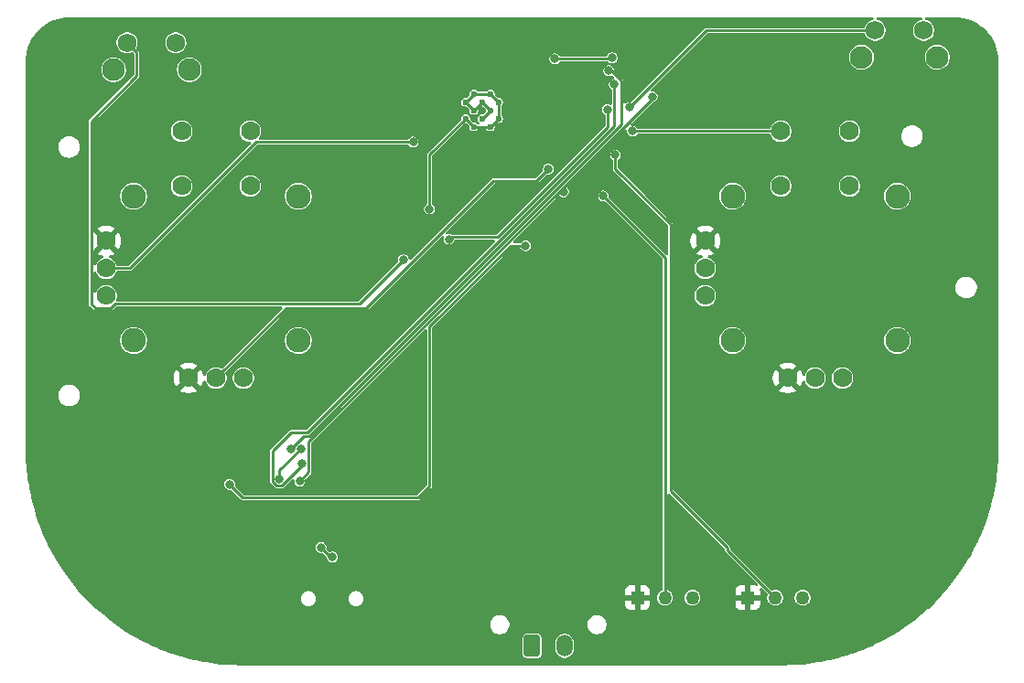
<source format=gbr>
%TF.GenerationSoftware,KiCad,Pcbnew,9.0.1*%
%TF.CreationDate,2025-04-06T10:41:45+02:00*%
%TF.ProjectId,RcSender,52635365-6e64-4657-922e-6b696361645f,rev?*%
%TF.SameCoordinates,Original*%
%TF.FileFunction,Copper,L2,Bot*%
%TF.FilePolarity,Positive*%
%FSLAX46Y46*%
G04 Gerber Fmt 4.6, Leading zero omitted, Abs format (unit mm)*
G04 Created by KiCad (PCBNEW 9.0.1) date 2025-04-06 10:41:45*
%MOMM*%
%LPD*%
G01*
G04 APERTURE LIST*
G04 Aperture macros list*
%AMRoundRect*
0 Rectangle with rounded corners*
0 $1 Rounding radius*
0 $2 $3 $4 $5 $6 $7 $8 $9 X,Y pos of 4 corners*
0 Add a 4 corners polygon primitive as box body*
4,1,4,$2,$3,$4,$5,$6,$7,$8,$9,$2,$3,0*
0 Add four circle primitives for the rounded corners*
1,1,$1+$1,$2,$3*
1,1,$1+$1,$4,$5*
1,1,$1+$1,$6,$7*
1,1,$1+$1,$8,$9*
0 Add four rect primitives between the rounded corners*
20,1,$1+$1,$2,$3,$4,$5,0*
20,1,$1+$1,$4,$5,$6,$7,0*
20,1,$1+$1,$6,$7,$8,$9,0*
20,1,$1+$1,$8,$9,$2,$3,0*%
G04 Aperture macros list end*
%TA.AperFunction,ComponentPad*%
%ADD10R,1.268000X1.268000*%
%TD*%
%TA.AperFunction,ComponentPad*%
%ADD11C,1.268000*%
%TD*%
%TA.AperFunction,HeatsinkPad*%
%ADD12C,0.600000*%
%TD*%
%TA.AperFunction,ComponentPad*%
%ADD13C,2.100000*%
%TD*%
%TA.AperFunction,ComponentPad*%
%ADD14C,1.750000*%
%TD*%
%TA.AperFunction,ComponentPad*%
%ADD15RoundRect,0.250001X-0.499999X-0.759999X0.499999X-0.759999X0.499999X0.759999X-0.499999X0.759999X0*%
%TD*%
%TA.AperFunction,ComponentPad*%
%ADD16O,1.500000X2.020000*%
%TD*%
%TA.AperFunction,ComponentPad*%
%ADD17C,1.778000*%
%TD*%
%TA.AperFunction,ComponentPad*%
%ADD18C,2.286000*%
%TD*%
%TA.AperFunction,ViaPad*%
%ADD19C,0.800000*%
%TD*%
%TA.AperFunction,Conductor*%
%ADD20C,0.250000*%
%TD*%
%TA.AperFunction,Conductor*%
%ADD21C,0.254000*%
%TD*%
G04 APERTURE END LIST*
D10*
%TO.P,POT1,1*%
%TO.N,+3.3V*%
X97950000Y-135500000D03*
D11*
%TO.P,POT1,2*%
%TO.N,IO5*%
X100490000Y-135500000D03*
%TO.P,POT1,3*%
%TO.N,GND*%
X103030000Y-135500000D03*
%TD*%
D12*
%TO.P,U4,39,GND*%
%TO.N,GND*%
X71850000Y-89612500D03*
X71850000Y-91137500D03*
X72612500Y-88850000D03*
X72612500Y-90375000D03*
X72612500Y-91900000D03*
X73375000Y-89612500D03*
X73375000Y-91137500D03*
X74137500Y-88850000D03*
X74137500Y-90375000D03*
X74137500Y-91900000D03*
X74900000Y-89612500D03*
X74900000Y-91137500D03*
%TD*%
D13*
%TO.P,SW1,*%
%TO.N,*%
X39275000Y-86602500D03*
X46285000Y-86602500D03*
D14*
%TO.P,SW1,1,1*%
%TO.N,IO15*%
X40525000Y-84112500D03*
%TO.P,SW1,2,2*%
%TO.N,GND*%
X45025000Y-84112500D03*
%TD*%
D15*
%TO.P,J2,1,Pin_1*%
%TO.N,GND*%
X78000000Y-139960000D03*
D16*
%TO.P,J2,2,Pin_2*%
%TO.N,VIN*%
X81000000Y-139960000D03*
%TD*%
D17*
%TO.P,U5,B1A,SEL+*%
%TO.N,IO35*%
X45575000Y-92300000D03*
%TO.P,U5,B1B*%
%TO.N,N/C*%
X51925000Y-92300000D03*
%TO.P,U5,B2A,SEL-*%
%TO.N,GND*%
X45575000Y-97380000D03*
%TO.P,U5,B2B*%
%TO.N,N/C*%
X51925000Y-97380000D03*
%TO.P,U5,H1,H+*%
%TO.N,+3.3V*%
X46210000Y-115160000D03*
%TO.P,U5,H2,H*%
%TO.N,IO17*%
X48750000Y-115160000D03*
%TO.P,U5,H3,H-*%
%TO.N,GND*%
X51290000Y-115160000D03*
D18*
%TO.P,U5,S1,SHIELD*%
%TO.N,unconnected-(U5-SHIELD-PadS1)_2*%
X41130000Y-98332500D03*
%TO.P,U5,S2,SHIELD*%
%TO.N,unconnected-(U5-SHIELD-PadS1)*%
X41130000Y-111667500D03*
%TO.P,U5,S3,SHIELD*%
%TO.N,unconnected-(U5-SHIELD-PadS1)_1*%
X56370000Y-111667500D03*
%TO.P,U5,S4,SHIELD*%
%TO.N,unconnected-(U5-SHIELD-PadS1)_3*%
X56370000Y-98332500D03*
D17*
%TO.P,U5,V1,V+*%
%TO.N,+3.3V*%
X38590000Y-102460000D03*
%TO.P,U5,V2,V*%
%TO.N,IO18*%
X38590000Y-105000000D03*
%TO.P,U5,V3,V-*%
%TO.N,GND*%
X38590000Y-107540000D03*
%TD*%
%TO.P,U6,B1A,SEL+*%
%TO.N,IO19*%
X101005000Y-92300000D03*
%TO.P,U6,B1B*%
%TO.N,N/C*%
X107355000Y-92300000D03*
%TO.P,U6,B2A,SEL-*%
%TO.N,GND*%
X101005000Y-97380000D03*
%TO.P,U6,B2B*%
%TO.N,N/C*%
X107355000Y-97380000D03*
%TO.P,U6,H1,H+*%
%TO.N,+3.3V*%
X101640000Y-115160000D03*
%TO.P,U6,H2,H*%
%TO.N,IO16*%
X104180000Y-115160000D03*
%TO.P,U6,H3,H-*%
%TO.N,GND*%
X106720000Y-115160000D03*
D18*
%TO.P,U6,S1,SHIELD*%
%TO.N,unconnected-(U6-SHIELD-PadS1)_1*%
X96560000Y-98332500D03*
%TO.P,U6,S2,SHIELD*%
%TO.N,unconnected-(U6-SHIELD-PadS1)_3*%
X96560000Y-111667500D03*
%TO.P,U6,S3,SHIELD*%
%TO.N,unconnected-(U6-SHIELD-PadS1)*%
X111800000Y-111667500D03*
%TO.P,U6,S4,SHIELD*%
%TO.N,unconnected-(U6-SHIELD-PadS1)_2*%
X111800000Y-98332500D03*
D17*
%TO.P,U6,V1,V+*%
%TO.N,+3.3V*%
X94020000Y-102460000D03*
%TO.P,U6,V2,V*%
%TO.N,IO14*%
X94020000Y-105000000D03*
%TO.P,U6,V3,V-*%
%TO.N,GND*%
X94020000Y-107540000D03*
%TD*%
D13*
%TO.P,SW2,*%
%TO.N,*%
X108475000Y-85452500D03*
X115485000Y-85452500D03*
D14*
%TO.P,SW2,1,1*%
%TO.N,IO13*%
X109725000Y-82962500D03*
%TO.P,SW2,2,2*%
%TO.N,GND*%
X114225000Y-82962500D03*
%TD*%
D10*
%TO.P,POT2,1*%
%TO.N,+3.3V*%
X87760000Y-135500000D03*
D11*
%TO.P,POT2,2*%
%TO.N,IO4*%
X90300000Y-135500000D03*
%TO.P,POT2,3*%
%TO.N,GND*%
X92840000Y-135500000D03*
%TD*%
D19*
%TO.N,GND*%
X68500000Y-99500000D03*
%TO.N,BT*%
X89100000Y-89100000D03*
X80900316Y-97900316D03*
X56500000Y-124700000D03*
%TO.N,+3.3V*%
X92900000Y-85500000D03*
X72100000Y-102800000D03*
X79000000Y-122000000D03*
X64500000Y-120500000D03*
X51000000Y-121000000D03*
X70200000Y-129250000D03*
X85000000Y-122000000D03*
X60700000Y-82800000D03*
X35000000Y-87500000D03*
X113000000Y-123800000D03*
X61000000Y-84200000D03*
X81400000Y-129400000D03*
X67000000Y-125500000D03*
X66500000Y-84400000D03*
X60900000Y-90800000D03*
X103600000Y-89300000D03*
X61500000Y-127000000D03*
%TO.N,EN*%
X80100000Y-85600000D03*
X85400000Y-85500000D03*
%TO.N,RX*%
X85600000Y-87970000D03*
X56700000Y-123075000D03*
%TO.N,TX*%
X55655715Y-121760400D03*
X85100000Y-86700000D03*
%TO.N,IO13*%
X84973000Y-90300000D03*
X70300000Y-102300000D03*
X87000000Y-90100000D03*
%TO.N,IO15*%
X66100000Y-104200000D03*
%TO.N,IO5*%
X85700000Y-94500000D03*
%TO.N,Net-(J1-D+)*%
X59529585Y-131727000D03*
X58449999Y-130834289D03*
%TO.N,Net-(Q1A-E1)*%
X56600000Y-121700000D03*
X54600000Y-124500000D03*
%TO.N,IO4*%
X84600000Y-98300000D03*
%TO.N,IO17*%
X79500000Y-95800000D03*
%TO.N,IO18*%
X67000000Y-93300000D03*
%TO.N,IO2*%
X50000000Y-125000000D03*
X77400000Y-102900000D03*
%TO.N,IO19*%
X87300000Y-92300000D03*
%TD*%
D20*
%TO.N,GND*%
X74137500Y-91900000D02*
X72612500Y-91900000D01*
X72612500Y-90375000D02*
X71850000Y-89612500D01*
X73375000Y-89612500D02*
X72612500Y-90375000D01*
X74900000Y-91137500D02*
X74900000Y-89612500D01*
X74137500Y-88850000D02*
X72612500Y-88850000D01*
X68500000Y-99500000D02*
X68500000Y-94487500D01*
X74137500Y-90375000D02*
X73375000Y-91137500D01*
X74137500Y-91900000D02*
X74900000Y-91137500D01*
X74900000Y-89612500D02*
X74137500Y-88850000D01*
X73375000Y-89612500D02*
X74137500Y-90375000D01*
X72612500Y-88850000D02*
X71850000Y-89612500D01*
X68500000Y-94487500D02*
X71850000Y-91137500D01*
X72612500Y-91900000D02*
X71850000Y-91137500D01*
D21*
%TO.N,BT*%
X83207276Y-95207276D02*
X89100000Y-89314552D01*
X57327000Y-121087552D02*
X83207276Y-95207276D01*
X57327000Y-123873000D02*
X57327000Y-121087552D01*
X56500000Y-124700000D02*
X57327000Y-123873000D01*
X89100000Y-89314552D02*
X89100000Y-89100000D01*
D20*
%TO.N,+3.3V*%
X61200000Y-84400000D02*
X61000000Y-84200000D01*
X60700000Y-82800000D02*
X60700000Y-83900000D01*
X60700000Y-83900000D02*
X61000000Y-84200000D01*
X66500000Y-84400000D02*
X61200000Y-84400000D01*
X60900000Y-90800000D02*
X61000000Y-90700000D01*
X61000000Y-90700000D02*
X61000000Y-84200000D01*
%TO.N,EN*%
X85300000Y-85600000D02*
X85400000Y-85500000D01*
X80100000Y-85600000D02*
X85300000Y-85600000D01*
D21*
%TO.N,RX*%
X53973000Y-124759712D02*
X53973000Y-121927000D01*
X85600000Y-91813288D02*
X85600000Y-87970000D01*
X57213288Y-120200000D02*
X85600000Y-91813288D01*
X56700000Y-123286712D02*
X54859712Y-125127000D01*
X53973000Y-121927000D02*
X55700000Y-120200000D01*
X54859712Y-125127000D02*
X54340288Y-125127000D01*
X55700000Y-120200000D02*
X57213288Y-120200000D01*
X56700000Y-123075000D02*
X56700000Y-123286712D01*
X54340288Y-125127000D02*
X53973000Y-124759712D01*
%TO.N,TX*%
X55655715Y-121757573D02*
X56859288Y-120554000D01*
X56859288Y-120554000D02*
X57359920Y-120554000D01*
X55655715Y-121760400D02*
X55655715Y-121757573D01*
X85300000Y-86700000D02*
X85100000Y-86700000D01*
X57359920Y-120554000D02*
X86227000Y-91686920D01*
X86227000Y-87627000D02*
X85300000Y-86700000D01*
X86227000Y-91686920D02*
X86227000Y-87627000D01*
D20*
%TO.N,IO13*%
X85000000Y-90600000D02*
X85000000Y-90700000D01*
X94137500Y-82962500D02*
X109725000Y-82962500D01*
X80157742Y-96757742D02*
X85000000Y-91915484D01*
X74807742Y-102107742D02*
X80157742Y-96757742D01*
X85000000Y-90700000D02*
X85000000Y-90327000D01*
X70492258Y-102107742D02*
X74807742Y-102107742D01*
X85000000Y-91915484D02*
X85000000Y-90600000D01*
X85000000Y-90327000D02*
X84973000Y-90300000D01*
X87000000Y-90100000D02*
X94137500Y-82962500D01*
X70300000Y-102300000D02*
X70492258Y-102107742D01*
%TO.N,IO15*%
X37200000Y-108300000D02*
X37200000Y-91383500D01*
X62000000Y-108300000D02*
X39405434Y-108300000D01*
X37554000Y-108654000D02*
X37200000Y-108300000D01*
X37200000Y-91383500D02*
X41399999Y-87183501D01*
X39051434Y-108654000D02*
X37554000Y-108654000D01*
X41399999Y-84987499D02*
X40525000Y-84112500D01*
X66100000Y-104200000D02*
X62000000Y-108300000D01*
X41399999Y-87183501D02*
X41399999Y-84987499D01*
X39405434Y-108300000D02*
X39051434Y-108654000D01*
%TO.N,IO5*%
X85700000Y-94500000D02*
X85700000Y-95800000D01*
X96090000Y-130890000D02*
X96090000Y-131100000D01*
X85700000Y-95800000D02*
X90800000Y-100900000D01*
X96090000Y-131100000D02*
X100490000Y-135500000D01*
X90800000Y-125600000D02*
X96090000Y-130890000D01*
X90800000Y-100900000D02*
X90800000Y-125600000D01*
D21*
%TO.N,Net-(J1-D+)*%
X59342710Y-131727000D02*
X58449999Y-130834289D01*
X59529585Y-131727000D02*
X59342710Y-131727000D01*
D20*
%TO.N,Net-(Q1A-E1)*%
X54600000Y-124500000D02*
X54600000Y-123700000D01*
X54600000Y-123700000D02*
X56600000Y-121700000D01*
%TO.N,IO4*%
X90300000Y-104000000D02*
X84600000Y-98300000D01*
X90300000Y-135500000D02*
X90300000Y-104000000D01*
%TO.N,IO17*%
X74400000Y-96900000D02*
X62650000Y-108650000D01*
X55260000Y-108650000D02*
X48750000Y-115160000D01*
X79500000Y-95800000D02*
X78400000Y-96900000D01*
X78400000Y-96900000D02*
X74400000Y-96900000D01*
X62650000Y-108650000D02*
X55260000Y-108650000D01*
%TO.N,IO18*%
X40800434Y-105000000D02*
X38590000Y-105000000D01*
X52500434Y-93300000D02*
X40800434Y-105000000D01*
X67000000Y-93300000D02*
X52500434Y-93300000D01*
%TO.N,IO2*%
X68500000Y-110413770D02*
X76013770Y-102900000D01*
X67459298Y-126226000D02*
X68500000Y-125185298D01*
X76013770Y-102900000D02*
X77400000Y-102900000D01*
X68500000Y-125185298D02*
X68500000Y-110413770D01*
X50000000Y-125000000D02*
X51226000Y-126226000D01*
X51226000Y-126226000D02*
X67459298Y-126226000D01*
D21*
%TO.N,IO19*%
X101005000Y-92300000D02*
X87300000Y-92300000D01*
%TD*%
%TA.AperFunction,Conductor*%
%TO.N,+3.3V*%
G36*
X109550523Y-81785185D02*
G01*
X109596278Y-81837989D01*
X109606222Y-81907147D01*
X109577197Y-81970703D01*
X109518419Y-82008477D01*
X109507675Y-82011117D01*
X109440464Y-82024486D01*
X109440452Y-82024489D01*
X109262931Y-82098020D01*
X109262929Y-82098021D01*
X109103155Y-82204779D01*
X109103151Y-82204782D01*
X108967282Y-82340651D01*
X108967279Y-82340655D01*
X108860521Y-82500429D01*
X108860520Y-82500431D01*
X108794239Y-82660452D01*
X108750399Y-82714856D01*
X108684105Y-82736921D01*
X108679678Y-82737000D01*
X94182354Y-82737000D01*
X94092645Y-82737000D01*
X94092643Y-82737000D01*
X94092641Y-82737001D01*
X94009766Y-82771327D01*
X87207766Y-89573327D01*
X87146443Y-89606812D01*
X87087996Y-89605422D01*
X87065893Y-89599500D01*
X87065892Y-89599500D01*
X86934108Y-89599500D01*
X86806812Y-89633608D01*
X86692686Y-89699500D01*
X86692683Y-89699502D01*
X86666181Y-89726005D01*
X86604858Y-89759490D01*
X86535166Y-89754506D01*
X86479233Y-89712634D01*
X86454816Y-89647170D01*
X86454500Y-89638324D01*
X86454500Y-87581748D01*
X86454498Y-87581742D01*
X86441434Y-87550202D01*
X86441432Y-87550199D01*
X86419866Y-87498132D01*
X85636819Y-86715085D01*
X85603334Y-86653762D01*
X85602080Y-86642099D01*
X85601561Y-86642168D01*
X85600500Y-86634115D01*
X85600500Y-86634108D01*
X85566392Y-86506814D01*
X85500500Y-86392686D01*
X85407314Y-86299500D01*
X85407312Y-86299499D01*
X85407310Y-86299497D01*
X85305795Y-86240887D01*
X85305792Y-86240886D01*
X85293186Y-86233608D01*
X85165892Y-86199500D01*
X85034108Y-86199500D01*
X84906812Y-86233608D01*
X84792686Y-86299500D01*
X84792683Y-86299502D01*
X84699502Y-86392683D01*
X84699500Y-86392686D01*
X84633608Y-86506812D01*
X84599500Y-86634108D01*
X84599500Y-86765891D01*
X84633608Y-86893187D01*
X84666554Y-86950250D01*
X84699500Y-87007314D01*
X84792686Y-87100500D01*
X84906814Y-87166392D01*
X85034108Y-87200500D01*
X85034110Y-87200500D01*
X85165890Y-87200500D01*
X85165892Y-87200500D01*
X85293186Y-87166392D01*
X85306811Y-87158525D01*
X85333872Y-87151958D01*
X85359967Y-87142226D01*
X85367357Y-87143833D01*
X85374708Y-87142050D01*
X85401025Y-87151157D01*
X85428240Y-87157077D01*
X85436929Y-87163581D01*
X85440736Y-87164899D01*
X85456489Y-87178223D01*
X85550748Y-87272482D01*
X85584232Y-87333802D01*
X85579248Y-87403494D01*
X85537377Y-87459428D01*
X85495160Y-87479935D01*
X85406814Y-87503608D01*
X85406812Y-87503608D01*
X85406812Y-87503609D01*
X85292686Y-87569500D01*
X85292683Y-87569502D01*
X85199502Y-87662683D01*
X85199500Y-87662686D01*
X85133608Y-87776812D01*
X85099500Y-87904108D01*
X85099500Y-88035891D01*
X85133608Y-88163187D01*
X85166554Y-88220250D01*
X85199500Y-88277314D01*
X85199502Y-88277316D01*
X85292686Y-88370500D01*
X85310499Y-88380784D01*
X85358715Y-88431351D01*
X85372500Y-88488172D01*
X85372500Y-89737948D01*
X85352815Y-89804987D01*
X85300011Y-89850742D01*
X85230853Y-89860686D01*
X85186502Y-89845336D01*
X85166191Y-89833610D01*
X85166188Y-89833609D01*
X85166187Y-89833608D01*
X85166186Y-89833608D01*
X85038892Y-89799500D01*
X84907108Y-89799500D01*
X84779812Y-89833608D01*
X84665686Y-89899500D01*
X84665683Y-89899502D01*
X84572502Y-89992683D01*
X84572500Y-89992686D01*
X84506608Y-90106812D01*
X84472500Y-90234108D01*
X84472500Y-90365891D01*
X84506608Y-90493187D01*
X84527624Y-90529587D01*
X84572500Y-90607314D01*
X84665686Y-90700500D01*
X84665687Y-90700501D01*
X84665689Y-90700502D01*
X84671324Y-90703755D01*
X84712499Y-90727527D01*
X84760714Y-90778092D01*
X84774500Y-90834914D01*
X84774500Y-91770717D01*
X84754815Y-91837756D01*
X84738181Y-91858398D01*
X74750656Y-101845923D01*
X74689333Y-101879408D01*
X74662975Y-101882242D01*
X70610648Y-101882242D01*
X70548648Y-101865629D01*
X70514516Y-101845923D01*
X70493187Y-101833608D01*
X70429539Y-101816554D01*
X70365892Y-101799500D01*
X70234108Y-101799500D01*
X70114617Y-101831517D01*
X70044767Y-101829854D01*
X69986905Y-101790691D01*
X69959401Y-101726462D01*
X69970988Y-101657560D01*
X69994839Y-101624065D01*
X74457087Y-97161819D01*
X74518410Y-97128334D01*
X74544768Y-97125500D01*
X78355143Y-97125500D01*
X78355145Y-97125501D01*
X78444855Y-97125501D01*
X78503460Y-97101225D01*
X78527736Y-97091170D01*
X78591170Y-97027736D01*
X78591170Y-97027735D01*
X78608608Y-97010297D01*
X78608610Y-97010294D01*
X79292234Y-96326669D01*
X79353555Y-96293186D01*
X79412006Y-96294577D01*
X79434108Y-96300500D01*
X79434110Y-96300500D01*
X79565890Y-96300500D01*
X79565892Y-96300500D01*
X79693186Y-96266392D01*
X79807314Y-96200500D01*
X79900500Y-96107314D01*
X79966392Y-95993186D01*
X80000500Y-95865892D01*
X80000500Y-95734108D01*
X79966392Y-95606814D01*
X79900500Y-95492686D01*
X79807314Y-95399500D01*
X79750250Y-95366554D01*
X79693187Y-95333608D01*
X79629539Y-95316554D01*
X79565892Y-95299500D01*
X79434108Y-95299500D01*
X79306812Y-95333608D01*
X79192686Y-95399500D01*
X79192683Y-95399502D01*
X79099502Y-95492683D01*
X79099500Y-95492686D01*
X79033608Y-95606812D01*
X78999500Y-95734108D01*
X78999500Y-95865893D01*
X79005422Y-95887996D01*
X79003756Y-95957846D01*
X78973327Y-96007766D01*
X78342914Y-96638181D01*
X78281591Y-96671666D01*
X78255233Y-96674500D01*
X74444854Y-96674500D01*
X74355145Y-96674500D01*
X74355143Y-96674500D01*
X74355141Y-96674501D01*
X74272266Y-96708827D01*
X66804456Y-104176637D01*
X66743133Y-104210122D01*
X66673441Y-104205138D01*
X66617508Y-104163266D01*
X66597001Y-104121053D01*
X66566392Y-104006814D01*
X66500500Y-103892686D01*
X66407314Y-103799500D01*
X66350250Y-103766554D01*
X66293187Y-103733608D01*
X66229539Y-103716554D01*
X66165892Y-103699500D01*
X66034108Y-103699500D01*
X65906812Y-103733608D01*
X65792686Y-103799500D01*
X65792683Y-103799502D01*
X65699502Y-103892683D01*
X65699500Y-103892686D01*
X65633608Y-104006812D01*
X65599500Y-104134108D01*
X65599500Y-104265893D01*
X65605422Y-104287996D01*
X65603756Y-104357846D01*
X65573327Y-104407766D01*
X61942914Y-108038181D01*
X61881591Y-108071666D01*
X61855233Y-108074500D01*
X39625209Y-108074500D01*
X39558170Y-108054815D01*
X39512415Y-108002011D01*
X39502471Y-107932853D01*
X39510648Y-107903047D01*
X39541474Y-107828627D01*
X39579500Y-107637457D01*
X39579500Y-107442543D01*
X39541474Y-107251373D01*
X39541472Y-107251368D01*
X39466887Y-107071302D01*
X39466880Y-107071289D01*
X39358595Y-106909230D01*
X39358592Y-106909226D01*
X39220773Y-106771407D01*
X39220769Y-106771404D01*
X39058710Y-106663119D01*
X39058697Y-106663112D01*
X38878631Y-106588527D01*
X38878619Y-106588524D01*
X38687461Y-106550500D01*
X38687457Y-106550500D01*
X38492543Y-106550500D01*
X38492538Y-106550500D01*
X38301380Y-106588524D01*
X38301368Y-106588527D01*
X38121302Y-106663112D01*
X38121289Y-106663119D01*
X37959230Y-106771404D01*
X37959226Y-106771407D01*
X37821407Y-106909226D01*
X37821404Y-106909230D01*
X37713119Y-107071289D01*
X37713114Y-107071298D01*
X37664061Y-107189725D01*
X37620220Y-107244128D01*
X37553926Y-107266193D01*
X37486227Y-107248914D01*
X37438616Y-107197777D01*
X37425500Y-107142272D01*
X37425500Y-105397727D01*
X37445185Y-105330688D01*
X37497989Y-105284933D01*
X37567147Y-105274989D01*
X37630703Y-105304014D01*
X37664061Y-105350275D01*
X37713112Y-105468697D01*
X37713119Y-105468710D01*
X37821404Y-105630769D01*
X37821407Y-105630773D01*
X37959226Y-105768592D01*
X37959230Y-105768595D01*
X38121289Y-105876880D01*
X38121302Y-105876887D01*
X38301368Y-105951472D01*
X38301373Y-105951474D01*
X38484298Y-105987860D01*
X38492538Y-105989499D01*
X38492542Y-105989500D01*
X38492543Y-105989500D01*
X38687458Y-105989500D01*
X38687459Y-105989499D01*
X38878627Y-105951474D01*
X39055114Y-105878371D01*
X39058697Y-105876887D01*
X39058697Y-105876886D01*
X39058704Y-105876884D01*
X39220770Y-105768595D01*
X39358595Y-105630770D01*
X39466884Y-105468704D01*
X39535915Y-105302048D01*
X39579756Y-105247644D01*
X39646050Y-105225579D01*
X39650476Y-105225500D01*
X40755577Y-105225500D01*
X40755579Y-105225501D01*
X40845289Y-105225501D01*
X40903894Y-105201225D01*
X40928170Y-105191170D01*
X40991604Y-105127736D01*
X40991604Y-105127735D01*
X41009042Y-105110297D01*
X41009043Y-105110294D01*
X48836800Y-97282538D01*
X50935500Y-97282538D01*
X50935500Y-97477461D01*
X50973524Y-97668619D01*
X50973527Y-97668631D01*
X51048112Y-97848697D01*
X51048119Y-97848710D01*
X51156404Y-98010769D01*
X51156407Y-98010773D01*
X51294226Y-98148592D01*
X51294230Y-98148595D01*
X51456289Y-98256880D01*
X51456302Y-98256887D01*
X51582871Y-98309313D01*
X51636373Y-98331474D01*
X51813502Y-98366707D01*
X51827538Y-98369499D01*
X51827542Y-98369500D01*
X51827543Y-98369500D01*
X52022458Y-98369500D01*
X52022459Y-98369499D01*
X52213627Y-98331474D01*
X52393704Y-98256884D01*
X52427012Y-98234628D01*
X55126500Y-98234628D01*
X55126500Y-98430371D01*
X55157118Y-98623687D01*
X55217604Y-98809842D01*
X55306466Y-98984239D01*
X55421505Y-99142580D01*
X55559919Y-99280994D01*
X55708089Y-99388643D01*
X55718264Y-99396036D01*
X55792984Y-99434108D01*
X55892657Y-99484895D01*
X55892659Y-99484895D01*
X55892662Y-99484897D01*
X55992444Y-99517318D01*
X56078812Y-99545381D01*
X56272129Y-99576000D01*
X56272134Y-99576000D01*
X56467871Y-99576000D01*
X56661187Y-99545381D01*
X56847338Y-99484897D01*
X56947016Y-99434108D01*
X67999500Y-99434108D01*
X67999500Y-99565892D01*
X68016554Y-99629539D01*
X68033608Y-99693187D01*
X68066554Y-99750250D01*
X68099500Y-99807314D01*
X68192686Y-99900500D01*
X68306814Y-99966392D01*
X68434108Y-100000500D01*
X68434110Y-100000500D01*
X68565890Y-100000500D01*
X68565892Y-100000500D01*
X68693186Y-99966392D01*
X68807314Y-99900500D01*
X68900500Y-99807314D01*
X68966392Y-99693186D01*
X69000500Y-99565892D01*
X69000500Y-99434108D01*
X68966392Y-99306814D01*
X68900500Y-99192686D01*
X68807314Y-99099500D01*
X68806106Y-99098802D01*
X68787499Y-99088059D01*
X68739284Y-99037492D01*
X68725500Y-98980673D01*
X68725500Y-94632267D01*
X68745185Y-94565228D01*
X68761819Y-94544586D01*
X71732086Y-91574319D01*
X71759013Y-91559615D01*
X71784832Y-91543023D01*
X71791032Y-91542131D01*
X71793409Y-91540834D01*
X71819767Y-91538000D01*
X71880233Y-91538000D01*
X71947272Y-91557685D01*
X71967914Y-91574319D01*
X72175681Y-91782086D01*
X72209166Y-91843409D01*
X72212000Y-91869766D01*
X72212000Y-91952727D01*
X72239293Y-92054587D01*
X72292020Y-92145913D01*
X72366587Y-92220480D01*
X72457913Y-92273207D01*
X72559773Y-92300500D01*
X72559775Y-92300500D01*
X72665225Y-92300500D01*
X72665227Y-92300500D01*
X72767087Y-92273207D01*
X72858413Y-92220480D01*
X72917075Y-92161818D01*
X72978399Y-92128334D01*
X73004756Y-92125500D01*
X73745244Y-92125500D01*
X73812283Y-92145185D01*
X73832925Y-92161818D01*
X73891587Y-92220480D01*
X73982913Y-92273207D01*
X74084773Y-92300500D01*
X74084775Y-92300500D01*
X74190225Y-92300500D01*
X74190227Y-92300500D01*
X74292087Y-92273207D01*
X74383413Y-92220480D01*
X74457980Y-92145913D01*
X74510707Y-92054587D01*
X74538000Y-91952727D01*
X74538000Y-91869766D01*
X74557685Y-91802727D01*
X74574319Y-91782085D01*
X74782085Y-91574319D01*
X74843408Y-91540834D01*
X74869766Y-91538000D01*
X74952725Y-91538000D01*
X74952727Y-91538000D01*
X75054587Y-91510707D01*
X75145913Y-91457980D01*
X75220480Y-91383413D01*
X75273207Y-91292087D01*
X75300500Y-91190227D01*
X75300500Y-91084773D01*
X75273207Y-90982913D01*
X75220480Y-90891587D01*
X75161818Y-90832925D01*
X75128334Y-90771601D01*
X75125500Y-90745244D01*
X75125500Y-90004755D01*
X75145185Y-89937716D01*
X75161819Y-89917074D01*
X75186661Y-89892232D01*
X75220480Y-89858413D01*
X75273207Y-89767087D01*
X75300500Y-89665227D01*
X75300500Y-89559773D01*
X75273207Y-89457913D01*
X75220480Y-89366587D01*
X75145913Y-89292020D01*
X75054587Y-89239293D01*
X74952727Y-89212000D01*
X74869767Y-89212000D01*
X74802728Y-89192315D01*
X74782086Y-89175681D01*
X74574319Y-88967914D01*
X74540834Y-88906591D01*
X74538000Y-88880233D01*
X74538000Y-88797275D01*
X74538000Y-88797273D01*
X74510707Y-88695413D01*
X74457980Y-88604087D01*
X74383413Y-88529520D01*
X74292087Y-88476793D01*
X74190227Y-88449500D01*
X74084773Y-88449500D01*
X73982913Y-88476793D01*
X73982910Y-88476794D01*
X73891587Y-88529520D01*
X73832925Y-88588182D01*
X73771601Y-88621666D01*
X73745244Y-88624500D01*
X73004756Y-88624500D01*
X72937717Y-88604815D01*
X72917075Y-88588182D01*
X72908708Y-88579815D01*
X72858413Y-88529520D01*
X72767087Y-88476793D01*
X72665227Y-88449500D01*
X72559773Y-88449500D01*
X72457913Y-88476793D01*
X72457910Y-88476794D01*
X72366585Y-88529521D01*
X72292021Y-88604085D01*
X72239294Y-88695410D01*
X72239293Y-88695413D01*
X72212000Y-88797273D01*
X72212000Y-88880232D01*
X72192315Y-88947271D01*
X72175681Y-88967913D01*
X71967913Y-89175681D01*
X71906590Y-89209166D01*
X71880232Y-89212000D01*
X71797273Y-89212000D01*
X71695413Y-89239293D01*
X71695410Y-89239294D01*
X71604085Y-89292021D01*
X71529521Y-89366585D01*
X71476794Y-89457910D01*
X71476793Y-89457913D01*
X71449500Y-89559773D01*
X71449500Y-89665227D01*
X71476793Y-89767087D01*
X71529520Y-89858413D01*
X71604087Y-89932980D01*
X71695413Y-89985707D01*
X71797273Y-90013000D01*
X71797275Y-90013000D01*
X71880233Y-90013000D01*
X71947272Y-90032685D01*
X71967914Y-90049319D01*
X72175681Y-90257086D01*
X72209166Y-90318409D01*
X72212000Y-90344766D01*
X72212000Y-90427727D01*
X72239293Y-90529587D01*
X72292020Y-90620913D01*
X72366587Y-90695480D01*
X72457913Y-90748207D01*
X72559773Y-90775500D01*
X72559775Y-90775500D01*
X72665225Y-90775500D01*
X72665227Y-90775500D01*
X72767087Y-90748207D01*
X72858413Y-90695480D01*
X72932980Y-90620913D01*
X72985707Y-90529587D01*
X73013000Y-90427727D01*
X73013000Y-90344766D01*
X73032685Y-90277727D01*
X73049319Y-90257085D01*
X73257085Y-90049319D01*
X73284012Y-90034615D01*
X73309831Y-90018023D01*
X73316031Y-90017131D01*
X73318408Y-90015834D01*
X73344766Y-90013000D01*
X73405233Y-90013000D01*
X73472272Y-90032685D01*
X73492914Y-90049319D01*
X73700681Y-90257086D01*
X73734166Y-90318409D01*
X73737000Y-90344767D01*
X73737000Y-90405232D01*
X73717315Y-90472271D01*
X73700681Y-90492913D01*
X73492913Y-90700681D01*
X73431590Y-90734166D01*
X73405232Y-90737000D01*
X73322273Y-90737000D01*
X73220413Y-90764293D01*
X73220410Y-90764294D01*
X73129085Y-90817021D01*
X73054521Y-90891585D01*
X73001794Y-90982910D01*
X73001793Y-90982913D01*
X72974500Y-91084773D01*
X72974500Y-91190227D01*
X72992061Y-91255764D01*
X73001793Y-91292086D01*
X73001794Y-91292089D01*
X73054521Y-91383414D01*
X73133926Y-91462819D01*
X73144538Y-91482255D01*
X73159039Y-91498989D01*
X73160955Y-91512320D01*
X73167411Y-91524142D01*
X73165831Y-91546228D01*
X73168983Y-91568147D01*
X73163387Y-91580398D01*
X73162427Y-91593834D01*
X73149156Y-91611560D01*
X73139958Y-91631703D01*
X73128626Y-91638985D01*
X73120555Y-91649767D01*
X73099809Y-91657504D01*
X73081180Y-91669477D01*
X73059261Y-91672628D01*
X73055091Y-91674184D01*
X73046245Y-91674500D01*
X73004756Y-91674500D01*
X72937717Y-91654815D01*
X72917075Y-91638182D01*
X72890453Y-91611560D01*
X72858413Y-91579520D01*
X72775074Y-91531404D01*
X72767089Y-91526794D01*
X72767088Y-91526793D01*
X72767087Y-91526793D01*
X72665227Y-91499500D01*
X72582267Y-91499500D01*
X72515228Y-91479815D01*
X72494586Y-91463181D01*
X72286819Y-91255414D01*
X72253334Y-91194091D01*
X72250500Y-91167733D01*
X72250500Y-91084775D01*
X72250500Y-91084773D01*
X72223207Y-90982913D01*
X72170480Y-90891587D01*
X72095913Y-90817020D01*
X72004587Y-90764293D01*
X71902727Y-90737000D01*
X71797273Y-90737000D01*
X71695413Y-90764293D01*
X71695410Y-90764294D01*
X71604085Y-90817021D01*
X71529521Y-90891585D01*
X71476794Y-90982910D01*
X71476793Y-90982913D01*
X71449500Y-91084773D01*
X71449500Y-91167731D01*
X71429815Y-91234770D01*
X71413181Y-91255412D01*
X68372265Y-94296329D01*
X68308829Y-94359764D01*
X68298774Y-94384037D01*
X68298774Y-94384039D01*
X68288719Y-94408313D01*
X68274499Y-94442643D01*
X68274499Y-94546788D01*
X68274500Y-94546797D01*
X68274500Y-98980673D01*
X68254815Y-99047712D01*
X68212501Y-99088059D01*
X68192692Y-99099496D01*
X68192683Y-99099502D01*
X68099502Y-99192683D01*
X68099500Y-99192686D01*
X68033608Y-99306812D01*
X68009702Y-99396033D01*
X67999500Y-99434108D01*
X56947016Y-99434108D01*
X57021736Y-99396036D01*
X57180086Y-99280989D01*
X57318489Y-99142586D01*
X57318491Y-99142582D01*
X57318494Y-99142580D01*
X57387418Y-99047712D01*
X57433536Y-98984236D01*
X57522397Y-98809838D01*
X57582881Y-98623687D01*
X57585474Y-98607313D01*
X57613500Y-98430371D01*
X57613500Y-98234628D01*
X57582881Y-98041312D01*
X57522395Y-97855157D01*
X57446969Y-97707128D01*
X57433536Y-97680764D01*
X57365619Y-97587283D01*
X57318494Y-97522419D01*
X57180080Y-97384005D01*
X57021739Y-97268966D01*
X57021738Y-97268965D01*
X57021736Y-97268964D01*
X56967276Y-97241215D01*
X56847342Y-97180104D01*
X56661187Y-97119618D01*
X56467871Y-97089000D01*
X56467866Y-97089000D01*
X56272134Y-97089000D01*
X56272129Y-97089000D01*
X56078812Y-97119618D01*
X55892657Y-97180104D01*
X55718260Y-97268966D01*
X55559919Y-97384005D01*
X55421505Y-97522419D01*
X55306466Y-97680760D01*
X55217604Y-97855157D01*
X55157118Y-98041312D01*
X55126500Y-98234628D01*
X52427012Y-98234628D01*
X52555770Y-98148595D01*
X52555773Y-98148592D01*
X52562285Y-98142081D01*
X52693592Y-98010773D01*
X52693595Y-98010770D01*
X52801884Y-97848704D01*
X52876474Y-97668627D01*
X52914500Y-97477457D01*
X52914500Y-97282543D01*
X52876474Y-97091373D01*
X52850114Y-97027734D01*
X52801887Y-96911302D01*
X52801880Y-96911289D01*
X52693595Y-96749230D01*
X52693592Y-96749226D01*
X52555773Y-96611407D01*
X52555769Y-96611404D01*
X52393710Y-96503119D01*
X52393697Y-96503112D01*
X52213631Y-96428527D01*
X52213619Y-96428524D01*
X52022461Y-96390500D01*
X52022457Y-96390500D01*
X51827543Y-96390500D01*
X51827538Y-96390500D01*
X51636380Y-96428524D01*
X51636368Y-96428527D01*
X51456302Y-96503112D01*
X51456289Y-96503119D01*
X51294230Y-96611404D01*
X51294226Y-96611407D01*
X51156407Y-96749226D01*
X51156404Y-96749230D01*
X51048119Y-96911289D01*
X51048112Y-96911302D01*
X50973527Y-97091368D01*
X50973524Y-97091380D01*
X50935500Y-97282538D01*
X48836800Y-97282538D01*
X52557520Y-93561819D01*
X52618843Y-93528334D01*
X52645201Y-93525500D01*
X66480673Y-93525500D01*
X66547712Y-93545185D01*
X66588060Y-93587500D01*
X66599497Y-93607310D01*
X66599499Y-93607313D01*
X66599500Y-93607314D01*
X66692686Y-93700500D01*
X66806814Y-93766392D01*
X66934108Y-93800500D01*
X66934110Y-93800500D01*
X67065890Y-93800500D01*
X67065892Y-93800500D01*
X67193186Y-93766392D01*
X67307314Y-93700500D01*
X67400500Y-93607314D01*
X67466392Y-93493186D01*
X67500500Y-93365892D01*
X67500500Y-93234108D01*
X67466392Y-93106814D01*
X67400500Y-92992686D01*
X67307314Y-92899500D01*
X67244039Y-92862968D01*
X67193187Y-92833608D01*
X67129539Y-92816554D01*
X67065892Y-92799500D01*
X66934108Y-92799500D01*
X66806812Y-92833608D01*
X66692686Y-92899500D01*
X66692683Y-92899502D01*
X66599501Y-92992684D01*
X66599497Y-92992689D01*
X66588060Y-93012500D01*
X66537493Y-93060716D01*
X66480673Y-93074500D01*
X52829546Y-93074500D01*
X52762507Y-93054815D01*
X52716752Y-93002011D01*
X52706808Y-92932853D01*
X52726444Y-92881609D01*
X52801880Y-92768710D01*
X52801880Y-92768709D01*
X52801884Y-92768704D01*
X52876474Y-92588627D01*
X52914500Y-92397457D01*
X52914500Y-92202543D01*
X52876474Y-92011373D01*
X52868734Y-91992686D01*
X52801887Y-91831302D01*
X52801880Y-91831289D01*
X52693595Y-91669230D01*
X52693592Y-91669226D01*
X52555773Y-91531407D01*
X52555769Y-91531404D01*
X52393710Y-91423119D01*
X52393697Y-91423112D01*
X52213631Y-91348527D01*
X52213619Y-91348524D01*
X52022461Y-91310500D01*
X52022457Y-91310500D01*
X51827543Y-91310500D01*
X51827538Y-91310500D01*
X51636380Y-91348524D01*
X51636368Y-91348527D01*
X51456302Y-91423112D01*
X51456289Y-91423119D01*
X51294230Y-91531404D01*
X51294226Y-91531407D01*
X51156407Y-91669226D01*
X51156404Y-91669230D01*
X51048119Y-91831289D01*
X51048112Y-91831302D01*
X50973527Y-92011368D01*
X50973524Y-92011380D01*
X50935500Y-92202538D01*
X50935500Y-92397461D01*
X50973524Y-92588619D01*
X50973527Y-92588631D01*
X51048112Y-92768697D01*
X51048119Y-92768710D01*
X51156404Y-92930769D01*
X51156407Y-92930773D01*
X51294226Y-93068592D01*
X51294230Y-93068595D01*
X51456289Y-93176880D01*
X51456302Y-93176887D01*
X51608327Y-93239857D01*
X51636373Y-93251474D01*
X51827538Y-93289499D01*
X51827542Y-93289500D01*
X51892666Y-93289500D01*
X51959705Y-93309185D01*
X52005460Y-93361989D01*
X52015404Y-93431147D01*
X51986379Y-93494703D01*
X51980347Y-93501181D01*
X40743348Y-104738181D01*
X40682025Y-104771666D01*
X40655667Y-104774500D01*
X39650476Y-104774500D01*
X39583437Y-104754815D01*
X39537682Y-104702011D01*
X39535915Y-104697952D01*
X39466887Y-104531302D01*
X39466880Y-104531289D01*
X39358595Y-104369230D01*
X39358592Y-104369226D01*
X39220773Y-104231407D01*
X39220769Y-104231404D01*
X39058710Y-104123119D01*
X39058697Y-104123112D01*
X38886773Y-104051900D01*
X38832369Y-104008059D01*
X38810304Y-103941765D01*
X38827583Y-103874066D01*
X38878720Y-103826455D01*
X38910596Y-103816224D01*
X38910527Y-103815934D01*
X38914394Y-103815005D01*
X38914836Y-103814864D01*
X38915264Y-103814796D01*
X39123188Y-103747238D01*
X39123191Y-103747237D01*
X39317995Y-103647978D01*
X39379638Y-103603191D01*
X39379639Y-103603191D01*
X38674094Y-102897647D01*
X38761571Y-102874208D01*
X38862930Y-102815689D01*
X38945689Y-102732930D01*
X39004208Y-102631571D01*
X39027647Y-102544095D01*
X39733191Y-103249639D01*
X39733191Y-103249638D01*
X39777978Y-103187995D01*
X39877237Y-102993191D01*
X39877238Y-102993188D01*
X39944797Y-102785259D01*
X39979000Y-102569316D01*
X39979000Y-102350683D01*
X39944797Y-102134740D01*
X39877238Y-101926811D01*
X39877237Y-101926808D01*
X39777980Y-101732008D01*
X39733191Y-101670360D01*
X39027647Y-102375904D01*
X39004208Y-102288429D01*
X38945689Y-102187070D01*
X38862930Y-102104311D01*
X38761571Y-102045792D01*
X38674092Y-102022352D01*
X39379638Y-101316807D01*
X39379638Y-101316806D01*
X39317995Y-101272021D01*
X39317993Y-101272020D01*
X39123191Y-101172762D01*
X39123188Y-101172761D01*
X38915259Y-101105202D01*
X38699316Y-101071000D01*
X38480684Y-101071000D01*
X38264740Y-101105202D01*
X38056811Y-101172761D01*
X38056808Y-101172762D01*
X37862001Y-101272023D01*
X37800360Y-101316806D01*
X37800360Y-101316807D01*
X38505905Y-102022352D01*
X38418429Y-102045792D01*
X38317070Y-102104311D01*
X38234311Y-102187070D01*
X38175792Y-102288429D01*
X38152352Y-102375905D01*
X37461819Y-101685372D01*
X37447115Y-101658444D01*
X37430523Y-101632626D01*
X37429631Y-101626425D01*
X37428334Y-101624049D01*
X37425500Y-101597691D01*
X37425500Y-98234628D01*
X39886500Y-98234628D01*
X39886500Y-98430371D01*
X39917118Y-98623687D01*
X39977604Y-98809842D01*
X40066466Y-98984239D01*
X40181505Y-99142580D01*
X40319919Y-99280994D01*
X40468089Y-99388643D01*
X40478264Y-99396036D01*
X40552984Y-99434108D01*
X40652657Y-99484895D01*
X40652659Y-99484895D01*
X40652662Y-99484897D01*
X40752444Y-99517318D01*
X40838812Y-99545381D01*
X41032129Y-99576000D01*
X41032134Y-99576000D01*
X41227871Y-99576000D01*
X41421187Y-99545381D01*
X41607338Y-99484897D01*
X41781736Y-99396036D01*
X41904541Y-99306814D01*
X41940080Y-99280994D01*
X41940082Y-99280991D01*
X41940086Y-99280989D01*
X42078489Y-99142586D01*
X42078491Y-99142582D01*
X42078494Y-99142580D01*
X42147418Y-99047712D01*
X42193536Y-98984236D01*
X42282397Y-98809838D01*
X42342881Y-98623687D01*
X42345474Y-98607313D01*
X42373500Y-98430371D01*
X42373500Y-98234628D01*
X42342881Y-98041312D01*
X42282395Y-97855157D01*
X42206969Y-97707128D01*
X42193536Y-97680764D01*
X42125619Y-97587283D01*
X42078494Y-97522419D01*
X41940084Y-97384009D01*
X41940082Y-97384008D01*
X41930132Y-97376778D01*
X41930120Y-97376770D01*
X41800420Y-97282538D01*
X44585500Y-97282538D01*
X44585500Y-97477461D01*
X44623524Y-97668619D01*
X44623527Y-97668631D01*
X44698112Y-97848697D01*
X44698119Y-97848710D01*
X44806404Y-98010769D01*
X44806407Y-98010773D01*
X44944226Y-98148592D01*
X44944230Y-98148595D01*
X45106289Y-98256880D01*
X45106302Y-98256887D01*
X45232871Y-98309313D01*
X45286373Y-98331474D01*
X45463502Y-98366707D01*
X45477538Y-98369499D01*
X45477542Y-98369500D01*
X45477543Y-98369500D01*
X45672458Y-98369500D01*
X45672459Y-98369499D01*
X45863627Y-98331474D01*
X46043704Y-98256884D01*
X46205770Y-98148595D01*
X46343595Y-98010770D01*
X46451884Y-97848704D01*
X46526474Y-97668627D01*
X46564500Y-97477457D01*
X46564500Y-97282543D01*
X46526474Y-97091373D01*
X46500114Y-97027734D01*
X46451887Y-96911302D01*
X46451880Y-96911289D01*
X46343595Y-96749230D01*
X46343592Y-96749226D01*
X46205773Y-96611407D01*
X46205769Y-96611404D01*
X46043710Y-96503119D01*
X46043697Y-96503112D01*
X45863631Y-96428527D01*
X45863619Y-96428524D01*
X45672461Y-96390500D01*
X45672457Y-96390500D01*
X45477543Y-96390500D01*
X45477538Y-96390500D01*
X45286380Y-96428524D01*
X45286368Y-96428527D01*
X45106302Y-96503112D01*
X45106289Y-96503119D01*
X44944230Y-96611404D01*
X44944226Y-96611407D01*
X44806407Y-96749226D01*
X44806404Y-96749230D01*
X44698119Y-96911289D01*
X44698112Y-96911302D01*
X44623527Y-97091368D01*
X44623524Y-97091380D01*
X44585500Y-97282538D01*
X41800420Y-97282538D01*
X41781735Y-97268963D01*
X41607342Y-97180104D01*
X41421187Y-97119618D01*
X41227871Y-97089000D01*
X41227866Y-97089000D01*
X41032134Y-97089000D01*
X41032129Y-97089000D01*
X40838812Y-97119618D01*
X40652657Y-97180104D01*
X40478260Y-97268966D01*
X40319919Y-97384005D01*
X40181505Y-97522419D01*
X40066466Y-97680760D01*
X39977604Y-97855157D01*
X39917118Y-98041312D01*
X39886500Y-98234628D01*
X37425500Y-98234628D01*
X37425500Y-92202538D01*
X44585500Y-92202538D01*
X44585500Y-92397461D01*
X44623524Y-92588619D01*
X44623527Y-92588631D01*
X44698112Y-92768697D01*
X44698119Y-92768710D01*
X44806404Y-92930769D01*
X44806407Y-92930773D01*
X44944226Y-93068592D01*
X44944230Y-93068595D01*
X45106289Y-93176880D01*
X45106302Y-93176887D01*
X45258327Y-93239857D01*
X45286373Y-93251474D01*
X45477538Y-93289499D01*
X45477542Y-93289500D01*
X45477543Y-93289500D01*
X45672458Y-93289500D01*
X45672459Y-93289499D01*
X45863627Y-93251474D01*
X46043704Y-93176884D01*
X46205770Y-93068595D01*
X46343595Y-92930770D01*
X46451884Y-92768704D01*
X46526474Y-92588627D01*
X46564500Y-92397457D01*
X46564500Y-92202543D01*
X46526474Y-92011373D01*
X46518734Y-91992686D01*
X46451887Y-91831302D01*
X46451880Y-91831289D01*
X46343595Y-91669230D01*
X46343592Y-91669226D01*
X46205773Y-91531407D01*
X46205769Y-91531404D01*
X46043710Y-91423119D01*
X46043697Y-91423112D01*
X45863631Y-91348527D01*
X45863619Y-91348524D01*
X45672461Y-91310500D01*
X45672457Y-91310500D01*
X45477543Y-91310500D01*
X45477538Y-91310500D01*
X45286380Y-91348524D01*
X45286368Y-91348527D01*
X45106302Y-91423112D01*
X45106289Y-91423119D01*
X44944230Y-91531404D01*
X44944226Y-91531407D01*
X44806407Y-91669226D01*
X44806404Y-91669230D01*
X44698119Y-91831289D01*
X44698112Y-91831302D01*
X44623527Y-92011368D01*
X44623524Y-92011380D01*
X44585500Y-92202538D01*
X37425500Y-92202538D01*
X37425500Y-91528266D01*
X37445185Y-91461227D01*
X37461814Y-91440590D01*
X41527733Y-87374671D01*
X41527735Y-87374671D01*
X41591169Y-87311237D01*
X41605389Y-87276906D01*
X41625500Y-87228355D01*
X41625500Y-87138646D01*
X41625500Y-87128657D01*
X41625499Y-87128643D01*
X41625499Y-86511948D01*
X45134500Y-86511948D01*
X45134500Y-86693051D01*
X45162829Y-86871910D01*
X45218787Y-87044136D01*
X45218788Y-87044139D01*
X45260710Y-87126414D01*
X45298459Y-87200500D01*
X45301006Y-87205497D01*
X45407441Y-87351994D01*
X45407445Y-87351999D01*
X45535500Y-87480054D01*
X45535505Y-87480058D01*
X45567921Y-87503609D01*
X45682006Y-87586496D01*
X45787484Y-87640240D01*
X45843360Y-87668711D01*
X45843363Y-87668712D01*
X45929476Y-87696691D01*
X46015591Y-87724671D01*
X46098429Y-87737791D01*
X46194449Y-87753000D01*
X46194454Y-87753000D01*
X46375551Y-87753000D01*
X46462259Y-87739265D01*
X46554409Y-87724671D01*
X46726639Y-87668711D01*
X46887994Y-87586496D01*
X47034501Y-87480053D01*
X47162553Y-87352001D01*
X47268996Y-87205494D01*
X47351211Y-87044139D01*
X47407171Y-86871909D01*
X47421765Y-86779759D01*
X47435500Y-86693051D01*
X47435500Y-86511948D01*
X47416609Y-86392683D01*
X47407171Y-86333091D01*
X47364578Y-86202001D01*
X47351212Y-86160863D01*
X47351211Y-86160860D01*
X47303076Y-86066392D01*
X47268996Y-85999506D01*
X47239648Y-85959112D01*
X47162558Y-85853005D01*
X47162554Y-85853000D01*
X47034499Y-85724945D01*
X47034494Y-85724941D01*
X46887997Y-85618506D01*
X46887996Y-85618505D01*
X46887994Y-85618504D01*
X46836300Y-85592164D01*
X46726639Y-85536288D01*
X46726636Y-85536287D01*
X46719930Y-85534108D01*
X79599500Y-85534108D01*
X79599500Y-85665891D01*
X79633608Y-85793187D01*
X79660223Y-85839284D01*
X79699500Y-85907314D01*
X79792686Y-86000500D01*
X79906814Y-86066392D01*
X80034108Y-86100500D01*
X80034110Y-86100500D01*
X80165890Y-86100500D01*
X80165892Y-86100500D01*
X80293186Y-86066392D01*
X80407314Y-86000500D01*
X80500500Y-85907314D01*
X80511940Y-85887500D01*
X80562507Y-85839284D01*
X80619327Y-85825500D01*
X84966324Y-85825500D01*
X85033363Y-85845185D01*
X85054005Y-85861819D01*
X85092686Y-85900500D01*
X85092687Y-85900501D01*
X85092689Y-85900502D01*
X85194204Y-85959112D01*
X85194205Y-85959112D01*
X85206814Y-85966392D01*
X85334108Y-86000500D01*
X85366861Y-86000500D01*
X85465890Y-86000500D01*
X85465892Y-86000500D01*
X85593186Y-85966392D01*
X85707314Y-85900500D01*
X85800500Y-85807314D01*
X85866392Y-85693186D01*
X85900500Y-85565892D01*
X85900500Y-85434108D01*
X85866392Y-85306814D01*
X85800500Y-85192686D01*
X85707314Y-85099500D01*
X85642056Y-85061823D01*
X85593187Y-85033608D01*
X85529539Y-85016554D01*
X85465892Y-84999500D01*
X85334108Y-84999500D01*
X85206812Y-85033608D01*
X85092686Y-85099500D01*
X85092683Y-85099502D01*
X84999502Y-85192683D01*
X84999498Y-85192689D01*
X84930325Y-85312500D01*
X84879758Y-85360716D01*
X84822938Y-85374500D01*
X80619327Y-85374500D01*
X80552288Y-85354815D01*
X80511940Y-85312500D01*
X80500502Y-85292689D01*
X80500498Y-85292684D01*
X80407316Y-85199502D01*
X80407314Y-85199500D01*
X80350250Y-85166554D01*
X80293187Y-85133608D01*
X80189803Y-85105907D01*
X80165892Y-85099500D01*
X80034108Y-85099500D01*
X79906812Y-85133608D01*
X79792686Y-85199500D01*
X79792683Y-85199502D01*
X79699502Y-85292683D01*
X79699500Y-85292686D01*
X79633608Y-85406812D01*
X79599500Y-85534108D01*
X46719930Y-85534108D01*
X46554410Y-85480329D01*
X46375551Y-85452000D01*
X46375546Y-85452000D01*
X46194454Y-85452000D01*
X46194449Y-85452000D01*
X46015589Y-85480329D01*
X45843363Y-85536287D01*
X45843360Y-85536288D01*
X45682002Y-85618506D01*
X45535505Y-85724941D01*
X45535500Y-85724945D01*
X45407445Y-85853000D01*
X45407441Y-85853005D01*
X45301006Y-85999502D01*
X45218788Y-86160860D01*
X45218787Y-86160863D01*
X45162829Y-86333089D01*
X45134500Y-86511948D01*
X41625499Y-86511948D01*
X41625499Y-84942645D01*
X41625497Y-84942640D01*
X41591171Y-84859765D01*
X41423607Y-84692201D01*
X41390122Y-84630878D01*
X41395106Y-84561186D01*
X41396704Y-84557124D01*
X41463012Y-84397043D01*
X41500500Y-84208578D01*
X41500500Y-84016422D01*
X41500500Y-84016419D01*
X41500499Y-84016417D01*
X44049500Y-84016417D01*
X44049500Y-84208582D01*
X44086986Y-84397035D01*
X44086989Y-84397047D01*
X44160520Y-84574568D01*
X44160521Y-84574570D01*
X44267279Y-84734344D01*
X44267282Y-84734348D01*
X44403151Y-84870217D01*
X44403155Y-84870220D01*
X44562927Y-84976977D01*
X44562928Y-84976977D01*
X44562929Y-84976978D01*
X44562931Y-84976979D01*
X44644735Y-85010863D01*
X44740457Y-85050512D01*
X44893248Y-85080904D01*
X44928917Y-85087999D01*
X44928920Y-85088000D01*
X44928922Y-85088000D01*
X45121080Y-85088000D01*
X45121081Y-85087999D01*
X45309543Y-85050512D01*
X45487073Y-84976977D01*
X45646845Y-84870220D01*
X45782720Y-84734345D01*
X45889477Y-84574573D01*
X45963012Y-84397043D01*
X46000500Y-84208578D01*
X46000500Y-84016422D01*
X46000500Y-84016419D01*
X46000499Y-84016417D01*
X45995142Y-83989487D01*
X45963012Y-83827957D01*
X45962607Y-83826979D01*
X45889479Y-83650431D01*
X45889478Y-83650429D01*
X45782720Y-83490655D01*
X45782717Y-83490651D01*
X45646848Y-83354782D01*
X45646844Y-83354779D01*
X45487070Y-83248021D01*
X45487068Y-83248020D01*
X45309547Y-83174489D01*
X45309535Y-83174486D01*
X45121081Y-83137000D01*
X45121078Y-83137000D01*
X44928922Y-83137000D01*
X44928919Y-83137000D01*
X44740464Y-83174486D01*
X44740452Y-83174489D01*
X44562931Y-83248020D01*
X44562929Y-83248021D01*
X44403155Y-83354779D01*
X44403151Y-83354782D01*
X44267282Y-83490651D01*
X44267279Y-83490655D01*
X44160521Y-83650429D01*
X44160520Y-83650431D01*
X44086989Y-83827952D01*
X44086986Y-83827964D01*
X44049500Y-84016417D01*
X41500499Y-84016417D01*
X41495142Y-83989487D01*
X41463012Y-83827957D01*
X41462607Y-83826979D01*
X41389479Y-83650431D01*
X41389478Y-83650429D01*
X41282720Y-83490655D01*
X41282717Y-83490651D01*
X41146848Y-83354782D01*
X41146844Y-83354779D01*
X40987070Y-83248021D01*
X40987068Y-83248020D01*
X40809547Y-83174489D01*
X40809535Y-83174486D01*
X40621081Y-83137000D01*
X40621078Y-83137000D01*
X40428922Y-83137000D01*
X40428919Y-83137000D01*
X40240464Y-83174486D01*
X40240452Y-83174489D01*
X40062931Y-83248020D01*
X40062929Y-83248021D01*
X39903155Y-83354779D01*
X39903151Y-83354782D01*
X39767282Y-83490651D01*
X39767279Y-83490655D01*
X39660521Y-83650429D01*
X39660520Y-83650431D01*
X39586989Y-83827952D01*
X39586986Y-83827964D01*
X39549500Y-84016417D01*
X39549500Y-84208582D01*
X39586986Y-84397035D01*
X39586989Y-84397047D01*
X39660520Y-84574568D01*
X39660521Y-84574570D01*
X39767279Y-84734344D01*
X39767282Y-84734348D01*
X39903151Y-84870217D01*
X39903155Y-84870220D01*
X40062927Y-84976977D01*
X40062928Y-84976977D01*
X40062929Y-84976978D01*
X40062931Y-84976979D01*
X40144735Y-85010863D01*
X40240457Y-85050512D01*
X40393248Y-85080904D01*
X40428917Y-85087999D01*
X40428920Y-85088000D01*
X40428922Y-85088000D01*
X40621080Y-85088000D01*
X40621081Y-85087999D01*
X40809543Y-85050512D01*
X40969567Y-84984227D01*
X40989442Y-84982091D01*
X41008172Y-84975105D01*
X41023469Y-84978432D01*
X41039037Y-84976759D01*
X41056913Y-84985707D01*
X41076445Y-84989956D01*
X41098738Y-85006643D01*
X41101516Y-85008034D01*
X41104700Y-85011106D01*
X41138179Y-85044584D01*
X41171665Y-85105907D01*
X41174499Y-85132267D01*
X41174499Y-87038733D01*
X41154814Y-87105772D01*
X41138180Y-87126414D01*
X37008830Y-91255763D01*
X37008830Y-91255765D01*
X36974499Y-91338644D01*
X36974499Y-91442788D01*
X36974500Y-91442797D01*
X36974500Y-108245142D01*
X36974499Y-108245156D01*
X36974499Y-108344853D01*
X36974500Y-108344858D01*
X36998772Y-108403457D01*
X37008829Y-108427735D01*
X37008830Y-108427736D01*
X37072264Y-108491170D01*
X37072265Y-108491170D01*
X37362829Y-108781734D01*
X37362830Y-108781736D01*
X37426264Y-108845170D01*
X37460595Y-108859390D01*
X37509146Y-108879501D01*
X37509147Y-108879501D01*
X37613289Y-108879501D01*
X37613297Y-108879500D01*
X39006577Y-108879500D01*
X39006579Y-108879501D01*
X39096289Y-108879501D01*
X39154894Y-108855225D01*
X39179170Y-108845170D01*
X39242604Y-108781736D01*
X39242604Y-108781735D01*
X39260040Y-108764299D01*
X39260041Y-108764296D01*
X39462521Y-108561816D01*
X39523844Y-108528334D01*
X39550201Y-108525500D01*
X54766232Y-108525500D01*
X54833271Y-108545185D01*
X54879026Y-108597989D01*
X54888970Y-108667147D01*
X54859945Y-108730703D01*
X54853913Y-108737181D01*
X49340417Y-114250676D01*
X49279094Y-114284161D01*
X49209402Y-114279177D01*
X49205284Y-114277556D01*
X49038631Y-114208527D01*
X49038619Y-114208524D01*
X48847461Y-114170500D01*
X48847457Y-114170500D01*
X48652543Y-114170500D01*
X48652538Y-114170500D01*
X48461380Y-114208524D01*
X48461368Y-114208527D01*
X48281302Y-114283112D01*
X48281289Y-114283119D01*
X48119230Y-114391404D01*
X48119226Y-114391407D01*
X47981407Y-114529226D01*
X47981404Y-114529230D01*
X47873119Y-114691289D01*
X47873114Y-114691298D01*
X47801900Y-114863227D01*
X47758059Y-114917630D01*
X47691765Y-114939695D01*
X47624066Y-114922416D01*
X47576455Y-114871279D01*
X47566224Y-114839403D01*
X47565934Y-114839473D01*
X47565004Y-114835601D01*
X47564865Y-114835166D01*
X47564797Y-114834739D01*
X47497238Y-114626811D01*
X47497237Y-114626808D01*
X47397980Y-114432008D01*
X47353191Y-114370360D01*
X46647647Y-115075904D01*
X46624208Y-114988429D01*
X46565689Y-114887070D01*
X46482930Y-114804311D01*
X46381571Y-114745792D01*
X46294092Y-114722352D01*
X46999638Y-114016807D01*
X46999638Y-114016806D01*
X46937995Y-113972021D01*
X46937993Y-113972020D01*
X46743191Y-113872762D01*
X46743188Y-113872761D01*
X46535259Y-113805202D01*
X46319316Y-113771000D01*
X46100684Y-113771000D01*
X45884740Y-113805202D01*
X45676811Y-113872761D01*
X45676808Y-113872762D01*
X45482001Y-113972023D01*
X45420360Y-114016806D01*
X45420360Y-114016807D01*
X46125905Y-114722352D01*
X46038429Y-114745792D01*
X45937070Y-114804311D01*
X45854311Y-114887070D01*
X45795792Y-114988429D01*
X45772352Y-115075905D01*
X45066807Y-114370360D01*
X45066806Y-114370360D01*
X45022023Y-114432001D01*
X44922762Y-114626808D01*
X44922761Y-114626811D01*
X44855202Y-114834740D01*
X44821000Y-115050683D01*
X44821000Y-115269316D01*
X44855202Y-115485259D01*
X44922761Y-115693188D01*
X44922762Y-115693191D01*
X45022020Y-115887993D01*
X45022021Y-115887995D01*
X45066806Y-115949638D01*
X45066807Y-115949638D01*
X45772352Y-115244093D01*
X45795792Y-115331571D01*
X45854311Y-115432930D01*
X45937070Y-115515689D01*
X46038429Y-115574208D01*
X46125905Y-115597647D01*
X45420360Y-116303191D01*
X45482008Y-116347980D01*
X45676808Y-116447237D01*
X45676811Y-116447238D01*
X45884740Y-116514797D01*
X46100684Y-116549000D01*
X46319316Y-116549000D01*
X46535259Y-116514797D01*
X46743188Y-116447238D01*
X46743191Y-116447237D01*
X46937995Y-116347978D01*
X46999638Y-116303191D01*
X46999639Y-116303191D01*
X46294094Y-115597647D01*
X46381571Y-115574208D01*
X46482930Y-115515689D01*
X46565689Y-115432930D01*
X46624208Y-115331571D01*
X46647647Y-115244095D01*
X47353191Y-115949639D01*
X47353191Y-115949638D01*
X47397978Y-115887995D01*
X47497237Y-115693191D01*
X47497238Y-115693188D01*
X47564796Y-115485264D01*
X47564864Y-115484836D01*
X47564936Y-115484683D01*
X47565934Y-115480527D01*
X47566807Y-115480736D01*
X47594789Y-115421699D01*
X47654098Y-115384764D01*
X47723960Y-115385756D01*
X47782196Y-115424361D01*
X47801900Y-115456773D01*
X47873112Y-115628697D01*
X47873119Y-115628710D01*
X47981404Y-115790769D01*
X47981407Y-115790773D01*
X48119226Y-115928592D01*
X48119230Y-115928595D01*
X48281289Y-116036880D01*
X48281302Y-116036887D01*
X48461368Y-116111472D01*
X48461373Y-116111474D01*
X48652538Y-116149499D01*
X48652542Y-116149500D01*
X48652543Y-116149500D01*
X48847458Y-116149500D01*
X48847459Y-116149499D01*
X49038627Y-116111474D01*
X49218704Y-116036884D01*
X49380770Y-115928595D01*
X49518595Y-115790770D01*
X49626884Y-115628704D01*
X49701474Y-115448627D01*
X49739500Y-115257457D01*
X49739500Y-115062543D01*
X49739499Y-115062538D01*
X50300500Y-115062538D01*
X50300500Y-115257461D01*
X50338524Y-115448619D01*
X50338527Y-115448631D01*
X50413112Y-115628697D01*
X50413119Y-115628710D01*
X50521404Y-115790769D01*
X50521407Y-115790773D01*
X50659226Y-115928592D01*
X50659230Y-115928595D01*
X50821289Y-116036880D01*
X50821302Y-116036887D01*
X51001368Y-116111472D01*
X51001373Y-116111474D01*
X51192538Y-116149499D01*
X51192542Y-116149500D01*
X51192543Y-116149500D01*
X51387458Y-116149500D01*
X51387459Y-116149499D01*
X51578627Y-116111474D01*
X51758704Y-116036884D01*
X51920770Y-115928595D01*
X52058595Y-115790770D01*
X52166884Y-115628704D01*
X52241474Y-115448627D01*
X52279500Y-115257457D01*
X52279500Y-115062543D01*
X52241474Y-114871373D01*
X52226300Y-114834739D01*
X52166887Y-114691302D01*
X52166880Y-114691289D01*
X52058595Y-114529230D01*
X52058592Y-114529226D01*
X51920773Y-114391407D01*
X51920769Y-114391404D01*
X51758710Y-114283119D01*
X51758697Y-114283112D01*
X51578631Y-114208527D01*
X51578619Y-114208524D01*
X51387461Y-114170500D01*
X51387457Y-114170500D01*
X51192543Y-114170500D01*
X51192538Y-114170500D01*
X51001380Y-114208524D01*
X51001368Y-114208527D01*
X50821302Y-114283112D01*
X50821289Y-114283119D01*
X50659230Y-114391404D01*
X50659226Y-114391407D01*
X50521407Y-114529226D01*
X50521404Y-114529230D01*
X50413119Y-114691289D01*
X50413112Y-114691302D01*
X50338527Y-114871368D01*
X50338524Y-114871380D01*
X50300500Y-115062538D01*
X49739499Y-115062538D01*
X49701474Y-114871373D01*
X49632441Y-114704713D01*
X49624973Y-114635245D01*
X49656248Y-114572766D01*
X49659293Y-114569610D01*
X52659277Y-111569628D01*
X55126500Y-111569628D01*
X55126500Y-111765371D01*
X55157118Y-111958687D01*
X55217604Y-112144842D01*
X55306466Y-112319239D01*
X55421505Y-112477580D01*
X55559919Y-112615994D01*
X55708089Y-112723643D01*
X55718264Y-112731036D01*
X55829386Y-112787656D01*
X55892657Y-112819895D01*
X55892659Y-112819895D01*
X55892662Y-112819897D01*
X55992444Y-112852318D01*
X56078812Y-112880381D01*
X56272129Y-112911000D01*
X56272134Y-112911000D01*
X56467871Y-112911000D01*
X56661187Y-112880381D01*
X56847338Y-112819897D01*
X57021736Y-112731036D01*
X57110641Y-112666443D01*
X57180080Y-112615994D01*
X57180082Y-112615991D01*
X57180086Y-112615989D01*
X57318489Y-112477586D01*
X57318491Y-112477582D01*
X57318494Y-112477580D01*
X57368943Y-112408141D01*
X57433536Y-112319236D01*
X57522397Y-112144838D01*
X57582881Y-111958687D01*
X57613500Y-111765371D01*
X57613500Y-111569628D01*
X57582881Y-111376312D01*
X57522395Y-111190157D01*
X57490156Y-111126886D01*
X57433536Y-111015764D01*
X57426143Y-111005589D01*
X57318494Y-110857419D01*
X57180080Y-110719005D01*
X57021739Y-110603966D01*
X57021738Y-110603965D01*
X57021736Y-110603964D01*
X56967276Y-110576215D01*
X56847342Y-110515104D01*
X56661187Y-110454618D01*
X56467871Y-110424000D01*
X56467866Y-110424000D01*
X56272134Y-110424000D01*
X56272129Y-110424000D01*
X56078812Y-110454618D01*
X55892657Y-110515104D01*
X55718260Y-110603966D01*
X55559919Y-110719005D01*
X55421505Y-110857419D01*
X55306466Y-111015760D01*
X55217604Y-111190157D01*
X55157118Y-111376312D01*
X55126500Y-111569628D01*
X52659277Y-111569628D01*
X55317087Y-108911819D01*
X55378410Y-108878334D01*
X55404768Y-108875500D01*
X62605143Y-108875500D01*
X62605145Y-108875501D01*
X62694855Y-108875501D01*
X62753460Y-108851225D01*
X62777736Y-108841170D01*
X62841170Y-108777736D01*
X62841170Y-108777735D01*
X62858608Y-108760297D01*
X62858609Y-108760294D01*
X69624063Y-101994841D01*
X69685384Y-101961358D01*
X69755076Y-101966342D01*
X69811009Y-102008214D01*
X69835426Y-102073678D01*
X69831517Y-102114617D01*
X69799500Y-102234108D01*
X69799500Y-102365891D01*
X69833608Y-102493187D01*
X69856510Y-102532853D01*
X69899500Y-102607314D01*
X69992686Y-102700500D01*
X70106814Y-102766392D01*
X70234108Y-102800500D01*
X70234110Y-102800500D01*
X70365890Y-102800500D01*
X70365892Y-102800500D01*
X70493186Y-102766392D01*
X70607314Y-102700500D01*
X70700500Y-102607314D01*
X70766392Y-102493186D01*
X70784622Y-102425148D01*
X70820987Y-102365488D01*
X70883834Y-102334959D01*
X70904397Y-102333242D01*
X74458951Y-102333242D01*
X74525990Y-102352927D01*
X74571745Y-102405731D01*
X74581689Y-102474889D01*
X74552664Y-102538445D01*
X74546632Y-102544923D01*
X57155374Y-119936181D01*
X57094051Y-119969666D01*
X57067693Y-119972500D01*
X55745253Y-119972500D01*
X55654747Y-119972500D01*
X55654745Y-119972500D01*
X55654743Y-119972501D01*
X55571134Y-120007131D01*
X55571132Y-120007133D01*
X54275196Y-121303071D01*
X53844132Y-121734135D01*
X53780135Y-121798132D01*
X53745500Y-121881747D01*
X53745500Y-124714459D01*
X53745500Y-124804965D01*
X53780135Y-124888580D01*
X54211420Y-125319866D01*
X54270540Y-125344353D01*
X54270543Y-125344355D01*
X54270544Y-125344355D01*
X54280689Y-125348557D01*
X54295035Y-125354500D01*
X54904964Y-125354500D01*
X54904965Y-125354500D01*
X54988580Y-125319865D01*
X55791289Y-124517155D01*
X55852610Y-124483672D01*
X55922301Y-124488656D01*
X55978235Y-124530527D01*
X56002652Y-124595992D01*
X55999794Y-124625951D01*
X56000561Y-124626052D01*
X55999500Y-124634106D01*
X55999500Y-124634108D01*
X55999500Y-124765892D01*
X56010464Y-124806812D01*
X56033608Y-124893187D01*
X56066554Y-124950250D01*
X56099500Y-125007314D01*
X56192686Y-125100500D01*
X56306814Y-125166392D01*
X56434108Y-125200500D01*
X56434110Y-125200500D01*
X56565890Y-125200500D01*
X56565892Y-125200500D01*
X56693186Y-125166392D01*
X56807314Y-125100500D01*
X56900500Y-125007314D01*
X56966392Y-124893186D01*
X57000500Y-124765892D01*
X57000500Y-124634108D01*
X56995175Y-124614235D01*
X56996838Y-124544387D01*
X57027265Y-124494466D01*
X57519866Y-124001868D01*
X57523073Y-123994125D01*
X57544352Y-123942751D01*
X57544356Y-123942741D01*
X57554500Y-123918255D01*
X57554500Y-121233147D01*
X57574185Y-121166108D01*
X57590819Y-121145466D01*
X68062819Y-110673466D01*
X68124142Y-110639981D01*
X68193834Y-110644965D01*
X68249767Y-110686837D01*
X68274184Y-110752301D01*
X68274500Y-110761147D01*
X68274500Y-125040531D01*
X68254815Y-125107570D01*
X68238181Y-125128212D01*
X67402212Y-125964181D01*
X67340889Y-125997666D01*
X67314531Y-126000500D01*
X51370767Y-126000500D01*
X51303728Y-125980815D01*
X51283086Y-125964181D01*
X50526671Y-125207766D01*
X50493186Y-125146443D01*
X50494577Y-125087993D01*
X50500500Y-125065892D01*
X50500500Y-124934108D01*
X50466392Y-124806814D01*
X50465324Y-124804965D01*
X50457563Y-124791521D01*
X50400500Y-124692686D01*
X50307314Y-124599500D01*
X50246656Y-124564479D01*
X50193187Y-124533608D01*
X50093188Y-124506814D01*
X50065892Y-124499500D01*
X49934108Y-124499500D01*
X49806812Y-124533608D01*
X49692686Y-124599500D01*
X49692683Y-124599502D01*
X49599502Y-124692683D01*
X49599500Y-124692686D01*
X49533608Y-124806812D01*
X49499500Y-124934108D01*
X49499500Y-125065892D01*
X49516198Y-125128212D01*
X49533608Y-125193187D01*
X49554950Y-125230152D01*
X49599500Y-125307314D01*
X49692686Y-125400500D01*
X49806814Y-125466392D01*
X49934108Y-125500500D01*
X49934110Y-125500500D01*
X50065889Y-125500500D01*
X50065892Y-125500500D01*
X50087992Y-125494578D01*
X50157838Y-125496239D01*
X50207766Y-125526671D01*
X51034829Y-126353734D01*
X51034830Y-126353736D01*
X51098264Y-126417170D01*
X51132595Y-126431390D01*
X51181146Y-126451501D01*
X51181147Y-126451501D01*
X51285289Y-126451501D01*
X51285297Y-126451500D01*
X67414441Y-126451500D01*
X67414443Y-126451501D01*
X67504153Y-126451501D01*
X67562758Y-126427225D01*
X67587034Y-126417170D01*
X67650468Y-126353736D01*
X67650468Y-126353735D01*
X67667906Y-126336297D01*
X67667908Y-126336294D01*
X68627734Y-125376468D01*
X68627736Y-125376468D01*
X68691170Y-125313034D01*
X68714849Y-125255868D01*
X68725501Y-125230153D01*
X68725501Y-125140443D01*
X68725501Y-125130454D01*
X68725500Y-125130440D01*
X68725500Y-110558537D01*
X68745185Y-110491498D01*
X68761819Y-110470856D01*
X76070857Y-103161819D01*
X76132180Y-103128334D01*
X76158538Y-103125500D01*
X76880673Y-103125500D01*
X76947712Y-103145185D01*
X76988060Y-103187500D01*
X76999497Y-103207310D01*
X76999499Y-103207313D01*
X76999500Y-103207314D01*
X77092686Y-103300500D01*
X77206814Y-103366392D01*
X77334108Y-103400500D01*
X77334110Y-103400500D01*
X77465890Y-103400500D01*
X77465892Y-103400500D01*
X77593186Y-103366392D01*
X77707314Y-103300500D01*
X77800500Y-103207314D01*
X77866392Y-103093186D01*
X77900500Y-102965892D01*
X77900500Y-102834108D01*
X77866392Y-102706814D01*
X77800500Y-102592686D01*
X77707314Y-102499500D01*
X77638898Y-102460000D01*
X77593187Y-102433608D01*
X77529539Y-102416554D01*
X77465892Y-102399500D01*
X77334108Y-102399500D01*
X77206812Y-102433608D01*
X77092686Y-102499500D01*
X77092683Y-102499502D01*
X76999501Y-102592684D01*
X76999497Y-102592689D01*
X76988060Y-102612500D01*
X76937493Y-102660716D01*
X76880673Y-102674500D01*
X76361147Y-102674500D01*
X76294108Y-102654815D01*
X76248353Y-102602011D01*
X76238409Y-102532853D01*
X76267434Y-102469297D01*
X76273466Y-102462819D01*
X77138594Y-101597691D01*
X80426972Y-98309311D01*
X80488293Y-98275828D01*
X80557985Y-98280812D01*
X80590135Y-98298616D01*
X80592999Y-98300814D01*
X80593001Y-98300815D01*
X80593002Y-98300816D01*
X80646100Y-98331472D01*
X80705716Y-98365892D01*
X80707130Y-98366708D01*
X80834424Y-98400816D01*
X80834426Y-98400816D01*
X80966206Y-98400816D01*
X80966208Y-98400816D01*
X81093502Y-98366708D01*
X81207630Y-98300816D01*
X81274338Y-98234108D01*
X84099500Y-98234108D01*
X84099500Y-98365892D01*
X84100467Y-98369500D01*
X84133608Y-98493187D01*
X84166554Y-98550250D01*
X84199500Y-98607314D01*
X84292686Y-98700500D01*
X84406814Y-98766392D01*
X84534108Y-98800500D01*
X84534110Y-98800500D01*
X84665889Y-98800500D01*
X84665892Y-98800500D01*
X84687992Y-98794578D01*
X84757838Y-98796239D01*
X84807766Y-98826671D01*
X90038181Y-104057086D01*
X90071666Y-104118409D01*
X90074500Y-104144767D01*
X90074500Y-134715533D01*
X90054815Y-134782572D01*
X90002011Y-134828327D01*
X89997953Y-134830094D01*
X89952086Y-134849092D01*
X89831782Y-134929476D01*
X89729476Y-135031782D01*
X89649093Y-135152085D01*
X89593726Y-135285753D01*
X89593724Y-135285761D01*
X89565500Y-135427653D01*
X89565500Y-135572346D01*
X89593724Y-135714238D01*
X89593726Y-135714246D01*
X89649093Y-135847914D01*
X89729476Y-135968217D01*
X89831782Y-136070523D01*
X89891933Y-136110714D01*
X89952084Y-136150906D01*
X90085754Y-136206274D01*
X90227653Y-136234499D01*
X90227657Y-136234500D01*
X90227658Y-136234500D01*
X90372343Y-136234500D01*
X90372344Y-136234499D01*
X90514246Y-136206274D01*
X90647916Y-136150906D01*
X90768217Y-136070523D01*
X90870523Y-135968217D01*
X90950906Y-135847916D01*
X91006274Y-135714246D01*
X91034500Y-135572342D01*
X91034500Y-135427658D01*
X91034499Y-135427653D01*
X92105500Y-135427653D01*
X92105500Y-135572346D01*
X92133724Y-135714238D01*
X92133726Y-135714246D01*
X92189093Y-135847914D01*
X92269476Y-135968217D01*
X92371782Y-136070523D01*
X92431933Y-136110714D01*
X92492084Y-136150906D01*
X92625754Y-136206274D01*
X92767653Y-136234499D01*
X92767657Y-136234500D01*
X92767658Y-136234500D01*
X92912343Y-136234500D01*
X92912344Y-136234499D01*
X93054246Y-136206274D01*
X93187916Y-136150906D01*
X93308217Y-136070523D01*
X93410523Y-135968217D01*
X93490906Y-135847916D01*
X93546274Y-135714246D01*
X93550152Y-135694747D01*
X93554191Y-135674447D01*
X93574499Y-135572346D01*
X93574500Y-135572343D01*
X93574500Y-135427657D01*
X93574499Y-135427653D01*
X93559714Y-135353325D01*
X93546274Y-135285754D01*
X93490906Y-135152084D01*
X93450714Y-135091933D01*
X93410523Y-135031782D01*
X93308220Y-134929479D01*
X93290970Y-134917953D01*
X93290967Y-134917949D01*
X93187918Y-134849095D01*
X93187914Y-134849093D01*
X93054246Y-134793726D01*
X93054238Y-134793724D01*
X92912346Y-134765500D01*
X92912342Y-134765500D01*
X92767658Y-134765500D01*
X92767653Y-134765500D01*
X92625761Y-134793724D01*
X92625753Y-134793726D01*
X92492085Y-134849093D01*
X92371782Y-134929476D01*
X92269476Y-135031782D01*
X92189093Y-135152085D01*
X92133726Y-135285753D01*
X92133724Y-135285761D01*
X92105500Y-135427653D01*
X91034499Y-135427653D01*
X91006274Y-135285754D01*
X90950906Y-135152084D01*
X90910714Y-135091933D01*
X90870523Y-135031782D01*
X90768217Y-134929476D01*
X90647913Y-134849092D01*
X90602047Y-134830094D01*
X90547644Y-134786253D01*
X90525579Y-134719958D01*
X90525500Y-134715533D01*
X90525500Y-125943767D01*
X90545185Y-125876728D01*
X90597989Y-125830973D01*
X90667147Y-125821029D01*
X90730703Y-125850054D01*
X90737181Y-125856086D01*
X95828181Y-130947086D01*
X95842884Y-130974013D01*
X95859477Y-130999832D01*
X95860368Y-131006032D01*
X95861666Y-131008409D01*
X95864500Y-131034767D01*
X95864500Y-131045142D01*
X95864499Y-131045156D01*
X95864499Y-131144853D01*
X95864500Y-131144858D01*
X95888772Y-131203457D01*
X95898829Y-131227735D01*
X95898830Y-131227736D01*
X95962264Y-131291170D01*
X95962265Y-131291170D01*
X95979705Y-131308610D01*
X98849891Y-134178796D01*
X98883376Y-134240119D01*
X98878392Y-134309811D01*
X98836520Y-134365744D01*
X98771056Y-134390161D01*
X98718877Y-134382659D01*
X98691379Y-134372403D01*
X98691372Y-134372401D01*
X98631844Y-134366000D01*
X98200000Y-134366000D01*
X98200000Y-135212599D01*
X98183325Y-135195924D01*
X98096675Y-135145896D01*
X98000028Y-135120000D01*
X97899972Y-135120000D01*
X97803325Y-135145896D01*
X97716675Y-135195924D01*
X97700000Y-135212599D01*
X97700000Y-134366000D01*
X97268155Y-134366000D01*
X97208627Y-134372401D01*
X97208620Y-134372403D01*
X97073913Y-134422645D01*
X97073906Y-134422649D01*
X96958812Y-134508809D01*
X96958809Y-134508812D01*
X96872649Y-134623906D01*
X96872645Y-134623913D01*
X96822403Y-134758620D01*
X96822401Y-134758627D01*
X96816000Y-134818155D01*
X96816000Y-135250000D01*
X97662599Y-135250000D01*
X97645924Y-135266675D01*
X97595896Y-135353325D01*
X97570000Y-135449972D01*
X97570000Y-135550028D01*
X97595896Y-135646675D01*
X97645924Y-135733325D01*
X97662599Y-135750000D01*
X96816000Y-135750000D01*
X96816000Y-136181844D01*
X96822401Y-136241372D01*
X96822403Y-136241379D01*
X96872645Y-136376086D01*
X96872649Y-136376093D01*
X96958809Y-136491187D01*
X96958812Y-136491190D01*
X97073906Y-136577350D01*
X97073913Y-136577354D01*
X97208620Y-136627596D01*
X97208627Y-136627598D01*
X97268155Y-136633999D01*
X97268172Y-136634000D01*
X97700000Y-136634000D01*
X97700000Y-135787401D01*
X97716675Y-135804076D01*
X97803325Y-135854104D01*
X97899972Y-135880000D01*
X98000028Y-135880000D01*
X98096675Y-135854104D01*
X98183325Y-135804076D01*
X98200000Y-135787401D01*
X98200000Y-136634000D01*
X98631828Y-136634000D01*
X98631844Y-136633999D01*
X98691372Y-136627598D01*
X98691379Y-136627596D01*
X98826086Y-136577354D01*
X98826093Y-136577350D01*
X98941187Y-136491190D01*
X98941190Y-136491187D01*
X99027350Y-136376093D01*
X99027354Y-136376086D01*
X99077596Y-136241379D01*
X99077598Y-136241372D01*
X99083999Y-136181844D01*
X99084000Y-136181827D01*
X99084000Y-135750000D01*
X98237401Y-135750000D01*
X98254076Y-135733325D01*
X98304104Y-135646675D01*
X98330000Y-135550028D01*
X98330000Y-135449972D01*
X98304104Y-135353325D01*
X98254076Y-135266675D01*
X98237401Y-135250000D01*
X99084000Y-135250000D01*
X99084000Y-134818172D01*
X99083999Y-134818155D01*
X99077598Y-134758627D01*
X99077596Y-134758619D01*
X99067341Y-134731124D01*
X99062355Y-134661432D01*
X99095840Y-134600109D01*
X99157162Y-134566623D01*
X99226854Y-134571607D01*
X99271203Y-134600108D01*
X99775845Y-135104750D01*
X99809330Y-135166073D01*
X99804346Y-135235765D01*
X99802726Y-135239881D01*
X99783727Y-135285750D01*
X99783724Y-135285762D01*
X99755500Y-135427653D01*
X99755500Y-135572346D01*
X99783724Y-135714238D01*
X99783726Y-135714246D01*
X99839093Y-135847914D01*
X99919476Y-135968217D01*
X100021782Y-136070523D01*
X100081933Y-136110714D01*
X100142084Y-136150906D01*
X100275754Y-136206274D01*
X100417653Y-136234499D01*
X100417657Y-136234500D01*
X100417658Y-136234500D01*
X100562343Y-136234500D01*
X100562344Y-136234499D01*
X100704246Y-136206274D01*
X100837916Y-136150906D01*
X100958217Y-136070523D01*
X101060523Y-135968217D01*
X101140906Y-135847916D01*
X101196274Y-135714246D01*
X101224500Y-135572342D01*
X101224500Y-135427658D01*
X101224499Y-135427653D01*
X102295500Y-135427653D01*
X102295500Y-135572346D01*
X102323724Y-135714238D01*
X102323726Y-135714246D01*
X102379093Y-135847914D01*
X102459476Y-135968217D01*
X102561782Y-136070523D01*
X102621933Y-136110714D01*
X102682084Y-136150906D01*
X102815754Y-136206274D01*
X102957653Y-136234499D01*
X102957657Y-136234500D01*
X102957658Y-136234500D01*
X103102343Y-136234500D01*
X103102344Y-136234499D01*
X103244246Y-136206274D01*
X103377916Y-136150906D01*
X103498217Y-136070523D01*
X103600523Y-135968217D01*
X103680906Y-135847916D01*
X103736274Y-135714246D01*
X103764500Y-135572342D01*
X103764500Y-135427658D01*
X103736274Y-135285754D01*
X103680906Y-135152084D01*
X103640714Y-135091933D01*
X103600523Y-135031782D01*
X103498217Y-134929476D01*
X103377917Y-134849095D01*
X103377916Y-134849094D01*
X103377911Y-134849092D01*
X103244246Y-134793726D01*
X103244238Y-134793724D01*
X103102346Y-134765500D01*
X103102342Y-134765500D01*
X102957658Y-134765500D01*
X102957653Y-134765500D01*
X102815761Y-134793724D01*
X102815753Y-134793726D01*
X102682085Y-134849093D01*
X102561782Y-134929476D01*
X102459476Y-135031782D01*
X102379093Y-135152085D01*
X102323726Y-135285753D01*
X102323724Y-135285761D01*
X102295500Y-135427653D01*
X101224499Y-135427653D01*
X101196274Y-135285754D01*
X101140906Y-135152084D01*
X101100714Y-135091933D01*
X101060523Y-135031782D01*
X100958217Y-134929476D01*
X100837917Y-134849095D01*
X100837916Y-134849094D01*
X100837911Y-134849092D01*
X100704246Y-134793726D01*
X100704238Y-134793724D01*
X100562346Y-134765500D01*
X100562342Y-134765500D01*
X100417658Y-134765500D01*
X100417653Y-134765500D01*
X100275762Y-134793724D01*
X100275750Y-134793727D01*
X100229881Y-134812726D01*
X100160411Y-134820193D01*
X100097933Y-134788917D01*
X100094750Y-134785845D01*
X96351819Y-131042914D01*
X96337115Y-131015986D01*
X96320523Y-130990168D01*
X96319631Y-130983967D01*
X96318334Y-130981591D01*
X96315500Y-130955233D01*
X96315500Y-130949297D01*
X96315501Y-130949288D01*
X96315501Y-130845147D01*
X96315501Y-130845146D01*
X96281170Y-130762265D01*
X96281170Y-130762264D01*
X96217736Y-130698830D01*
X96217734Y-130698829D01*
X91061819Y-125542914D01*
X91028334Y-125481591D01*
X91025500Y-125455233D01*
X91025500Y-115050683D01*
X100251000Y-115050683D01*
X100251000Y-115269316D01*
X100285202Y-115485259D01*
X100352761Y-115693188D01*
X100352762Y-115693191D01*
X100452020Y-115887993D01*
X100452021Y-115887995D01*
X100496806Y-115949638D01*
X100496807Y-115949638D01*
X101202352Y-115244093D01*
X101225792Y-115331571D01*
X101284311Y-115432930D01*
X101367070Y-115515689D01*
X101468429Y-115574208D01*
X101555905Y-115597647D01*
X100850360Y-116303191D01*
X100912008Y-116347980D01*
X101106808Y-116447237D01*
X101106811Y-116447238D01*
X101314740Y-116514797D01*
X101530684Y-116549000D01*
X101749316Y-116549000D01*
X101965259Y-116514797D01*
X102173188Y-116447238D01*
X102173191Y-116447237D01*
X102367995Y-116347978D01*
X102429638Y-116303191D01*
X102429639Y-116303191D01*
X101724094Y-115597647D01*
X101811571Y-115574208D01*
X101912930Y-115515689D01*
X101995689Y-115432930D01*
X102054208Y-115331571D01*
X102077647Y-115244095D01*
X102783191Y-115949639D01*
X102783191Y-115949638D01*
X102827978Y-115887995D01*
X102927237Y-115693191D01*
X102927238Y-115693188D01*
X102994796Y-115485264D01*
X102994864Y-115484836D01*
X102994936Y-115484683D01*
X102995934Y-115480527D01*
X102996807Y-115480736D01*
X103024789Y-115421699D01*
X103084098Y-115384764D01*
X103153960Y-115385756D01*
X103212196Y-115424361D01*
X103231900Y-115456773D01*
X103303112Y-115628697D01*
X103303119Y-115628710D01*
X103411404Y-115790769D01*
X103411407Y-115790773D01*
X103549226Y-115928592D01*
X103549230Y-115928595D01*
X103711289Y-116036880D01*
X103711302Y-116036887D01*
X103891368Y-116111472D01*
X103891373Y-116111474D01*
X104082538Y-116149499D01*
X104082542Y-116149500D01*
X104082543Y-116149500D01*
X104277458Y-116149500D01*
X104277459Y-116149499D01*
X104468627Y-116111474D01*
X104648704Y-116036884D01*
X104810770Y-115928595D01*
X104948595Y-115790770D01*
X105056884Y-115628704D01*
X105131474Y-115448627D01*
X105169500Y-115257457D01*
X105169500Y-115062543D01*
X105169499Y-115062538D01*
X105730500Y-115062538D01*
X105730500Y-115257461D01*
X105768524Y-115448619D01*
X105768527Y-115448631D01*
X105843112Y-115628697D01*
X105843119Y-115628710D01*
X105951404Y-115790769D01*
X105951407Y-115790773D01*
X106089226Y-115928592D01*
X106089230Y-115928595D01*
X106251289Y-116036880D01*
X106251302Y-116036887D01*
X106431368Y-116111472D01*
X106431373Y-116111474D01*
X106622538Y-116149499D01*
X106622542Y-116149500D01*
X106622543Y-116149500D01*
X106817458Y-116149500D01*
X106817459Y-116149499D01*
X107008627Y-116111474D01*
X107188704Y-116036884D01*
X107350770Y-115928595D01*
X107488595Y-115790770D01*
X107596884Y-115628704D01*
X107671474Y-115448627D01*
X107709500Y-115257457D01*
X107709500Y-115062543D01*
X107671474Y-114871373D01*
X107656300Y-114834739D01*
X107596887Y-114691302D01*
X107596880Y-114691289D01*
X107488595Y-114529230D01*
X107488592Y-114529226D01*
X107350773Y-114391407D01*
X107350769Y-114391404D01*
X107188710Y-114283119D01*
X107188697Y-114283112D01*
X107008631Y-114208527D01*
X107008619Y-114208524D01*
X106817461Y-114170500D01*
X106817457Y-114170500D01*
X106622543Y-114170500D01*
X106622538Y-114170500D01*
X106431380Y-114208524D01*
X106431368Y-114208527D01*
X106251302Y-114283112D01*
X106251289Y-114283119D01*
X106089230Y-114391404D01*
X106089226Y-114391407D01*
X105951407Y-114529226D01*
X105951404Y-114529230D01*
X105843119Y-114691289D01*
X105843112Y-114691302D01*
X105768527Y-114871368D01*
X105768524Y-114871380D01*
X105730500Y-115062538D01*
X105169499Y-115062538D01*
X105131474Y-114871373D01*
X105116300Y-114834739D01*
X105056887Y-114691302D01*
X105056880Y-114691289D01*
X104948595Y-114529230D01*
X104948592Y-114529226D01*
X104810773Y-114391407D01*
X104810769Y-114391404D01*
X104648710Y-114283119D01*
X104648697Y-114283112D01*
X104468631Y-114208527D01*
X104468619Y-114208524D01*
X104277461Y-114170500D01*
X104277457Y-114170500D01*
X104082543Y-114170500D01*
X104082538Y-114170500D01*
X103891380Y-114208524D01*
X103891368Y-114208527D01*
X103711302Y-114283112D01*
X103711289Y-114283119D01*
X103549230Y-114391404D01*
X103549226Y-114391407D01*
X103411407Y-114529226D01*
X103411404Y-114529230D01*
X103303119Y-114691289D01*
X103303114Y-114691298D01*
X103231900Y-114863227D01*
X103188059Y-114917630D01*
X103121765Y-114939695D01*
X103054066Y-114922416D01*
X103006455Y-114871279D01*
X102996224Y-114839403D01*
X102995934Y-114839473D01*
X102995004Y-114835601D01*
X102994865Y-114835166D01*
X102994797Y-114834739D01*
X102927238Y-114626811D01*
X102927237Y-114626808D01*
X102827980Y-114432008D01*
X102783191Y-114370360D01*
X102077647Y-115075904D01*
X102054208Y-114988429D01*
X101995689Y-114887070D01*
X101912930Y-114804311D01*
X101811571Y-114745792D01*
X101724092Y-114722352D01*
X102429638Y-114016807D01*
X102429638Y-114016806D01*
X102367995Y-113972021D01*
X102367993Y-113972020D01*
X102173191Y-113872762D01*
X102173188Y-113872761D01*
X101965259Y-113805202D01*
X101749316Y-113771000D01*
X101530684Y-113771000D01*
X101314740Y-113805202D01*
X101106811Y-113872761D01*
X101106808Y-113872762D01*
X100912001Y-113972023D01*
X100850360Y-114016806D01*
X100850360Y-114016807D01*
X101555905Y-114722352D01*
X101468429Y-114745792D01*
X101367070Y-114804311D01*
X101284311Y-114887070D01*
X101225792Y-114988429D01*
X101202352Y-115075905D01*
X100496807Y-114370360D01*
X100496806Y-114370360D01*
X100452023Y-114432001D01*
X100352762Y-114626808D01*
X100352761Y-114626811D01*
X100285202Y-114834740D01*
X100251000Y-115050683D01*
X91025500Y-115050683D01*
X91025500Y-111569628D01*
X95316500Y-111569628D01*
X95316500Y-111765371D01*
X95347118Y-111958687D01*
X95407604Y-112144842D01*
X95496466Y-112319239D01*
X95611505Y-112477580D01*
X95749919Y-112615994D01*
X95898089Y-112723643D01*
X95908264Y-112731036D01*
X96019386Y-112787656D01*
X96082657Y-112819895D01*
X96082659Y-112819895D01*
X96082662Y-112819897D01*
X96182444Y-112852318D01*
X96268812Y-112880381D01*
X96462129Y-112911000D01*
X96462134Y-112911000D01*
X96657871Y-112911000D01*
X96851187Y-112880381D01*
X97037338Y-112819897D01*
X97211736Y-112731036D01*
X97300641Y-112666443D01*
X97370080Y-112615994D01*
X97370082Y-112615991D01*
X97370086Y-112615989D01*
X97508489Y-112477586D01*
X97508491Y-112477582D01*
X97508494Y-112477580D01*
X97558943Y-112408141D01*
X97623536Y-112319236D01*
X97712397Y-112144838D01*
X97772881Y-111958687D01*
X97803500Y-111765371D01*
X97803500Y-111569628D01*
X110556500Y-111569628D01*
X110556500Y-111765371D01*
X110587118Y-111958687D01*
X110647604Y-112144842D01*
X110736466Y-112319239D01*
X110851505Y-112477580D01*
X110989919Y-112615994D01*
X111138089Y-112723643D01*
X111148264Y-112731036D01*
X111259386Y-112787656D01*
X111322657Y-112819895D01*
X111322659Y-112819895D01*
X111322662Y-112819897D01*
X111422444Y-112852318D01*
X111508812Y-112880381D01*
X111702129Y-112911000D01*
X111702134Y-112911000D01*
X111897871Y-112911000D01*
X112091187Y-112880381D01*
X112277338Y-112819897D01*
X112451736Y-112731036D01*
X112540641Y-112666443D01*
X112610080Y-112615994D01*
X112610082Y-112615991D01*
X112610086Y-112615989D01*
X112748489Y-112477586D01*
X112748491Y-112477582D01*
X112748494Y-112477580D01*
X112798943Y-112408141D01*
X112863536Y-112319236D01*
X112952397Y-112144838D01*
X113012881Y-111958687D01*
X113043500Y-111765371D01*
X113043500Y-111569628D01*
X113012881Y-111376312D01*
X112952395Y-111190157D01*
X112920156Y-111126886D01*
X112863536Y-111015764D01*
X112856143Y-111005589D01*
X112748494Y-110857419D01*
X112610080Y-110719005D01*
X112451739Y-110603966D01*
X112451738Y-110603965D01*
X112451736Y-110603964D01*
X112397276Y-110576215D01*
X112277342Y-110515104D01*
X112091187Y-110454618D01*
X111897871Y-110424000D01*
X111897866Y-110424000D01*
X111702134Y-110424000D01*
X111702129Y-110424000D01*
X111508812Y-110454618D01*
X111322657Y-110515104D01*
X111148260Y-110603966D01*
X110989919Y-110719005D01*
X110851505Y-110857419D01*
X110736466Y-111015760D01*
X110647604Y-111190157D01*
X110587118Y-111376312D01*
X110556500Y-111569628D01*
X97803500Y-111569628D01*
X97772881Y-111376312D01*
X97712395Y-111190157D01*
X97680156Y-111126886D01*
X97623536Y-111015764D01*
X97616143Y-111005589D01*
X97508494Y-110857419D01*
X97370080Y-110719005D01*
X97211739Y-110603966D01*
X97211738Y-110603965D01*
X97211736Y-110603964D01*
X97157276Y-110576215D01*
X97037342Y-110515104D01*
X96851187Y-110454618D01*
X96657871Y-110424000D01*
X96657866Y-110424000D01*
X96462134Y-110424000D01*
X96462129Y-110424000D01*
X96268812Y-110454618D01*
X96082657Y-110515104D01*
X95908260Y-110603966D01*
X95749919Y-110719005D01*
X95611505Y-110857419D01*
X95496466Y-111015760D01*
X95407604Y-111190157D01*
X95347118Y-111376312D01*
X95316500Y-111569628D01*
X91025500Y-111569628D01*
X91025500Y-107442538D01*
X93030500Y-107442538D01*
X93030500Y-107637461D01*
X93068524Y-107828619D01*
X93068527Y-107828631D01*
X93143112Y-108008697D01*
X93143119Y-108008710D01*
X93251404Y-108170769D01*
X93251407Y-108170773D01*
X93389226Y-108308592D01*
X93389230Y-108308595D01*
X93551289Y-108416880D01*
X93551302Y-108416887D01*
X93730639Y-108491170D01*
X93731373Y-108491474D01*
X93902434Y-108525500D01*
X93922538Y-108529499D01*
X93922542Y-108529500D01*
X93922543Y-108529500D01*
X94117458Y-108529500D01*
X94117459Y-108529499D01*
X94308627Y-108491474D01*
X94488704Y-108416884D01*
X94650770Y-108308595D01*
X94788595Y-108170770D01*
X94896884Y-108008704D01*
X94971474Y-107828627D01*
X95009500Y-107637457D01*
X95009500Y-107442543D01*
X94971474Y-107251373D01*
X94971472Y-107251368D01*
X94896887Y-107071302D01*
X94896880Y-107071289D01*
X94788595Y-106909230D01*
X94788592Y-106909226D01*
X94650773Y-106771407D01*
X94650769Y-106771404D01*
X94641183Y-106764999D01*
X117147422Y-106764999D01*
X117148864Y-106779181D01*
X117149500Y-106791725D01*
X117149500Y-106863545D01*
X117164596Y-106939438D01*
X117165749Y-106945237D01*
X117167944Y-106966818D01*
X117173675Y-106985086D01*
X117174980Y-106991643D01*
X117174982Y-106991651D01*
X117187947Y-107056830D01*
X117187949Y-107056836D01*
X117219813Y-107133763D01*
X117219815Y-107133766D01*
X117221918Y-107138843D01*
X117228673Y-107160373D01*
X117237191Y-107175719D01*
X117239902Y-107182265D01*
X117239902Y-107182266D01*
X117263365Y-107238908D01*
X117263371Y-107238920D01*
X117313081Y-107313315D01*
X117313084Y-107313319D01*
X117315924Y-107317570D01*
X117327120Y-107337741D01*
X117337406Y-107349723D01*
X117341558Y-107355937D01*
X117372860Y-107402781D01*
X117372865Y-107402787D01*
X117440847Y-107470769D01*
X117444195Y-107474116D01*
X117459257Y-107491662D01*
X117470250Y-107500171D01*
X117475812Y-107505733D01*
X117475814Y-107505735D01*
X117512214Y-107542136D01*
X117512218Y-107542139D01*
X117601784Y-107601985D01*
X117619672Y-107615832D01*
X117630331Y-107621059D01*
X117676086Y-107651632D01*
X117782593Y-107695748D01*
X117801799Y-107705170D01*
X117811236Y-107707612D01*
X117858165Y-107727051D01*
X117979612Y-107751208D01*
X117998182Y-107756017D01*
X118005697Y-107756397D01*
X118045459Y-107764306D01*
X118051458Y-107765500D01*
X118185164Y-107765500D01*
X118200780Y-107766292D01*
X118205950Y-107765500D01*
X118248542Y-107765500D01*
X118294299Y-107756398D01*
X118391273Y-107737108D01*
X118401299Y-107735573D01*
X118403970Y-107734582D01*
X118441835Y-107727051D01*
X118589850Y-107665741D01*
X118591530Y-107665120D01*
X118591879Y-107664900D01*
X118623914Y-107651632D01*
X118787782Y-107542139D01*
X118927139Y-107402782D01*
X119036632Y-107238914D01*
X119112051Y-107056835D01*
X119129957Y-106966818D01*
X119150500Y-106863543D01*
X119150500Y-106666456D01*
X119112052Y-106473170D01*
X119112051Y-106473169D01*
X119112051Y-106473165D01*
X119080184Y-106396231D01*
X119036635Y-106291092D01*
X119036628Y-106291079D01*
X118927139Y-106127218D01*
X118927136Y-106127214D01*
X118787782Y-105987860D01*
X118623919Y-105878371D01*
X118623916Y-105878369D01*
X118623914Y-105878368D01*
X118623911Y-105878366D01*
X118623906Y-105878364D01*
X118596153Y-105866869D01*
X118591884Y-105865101D01*
X118591530Y-105864880D01*
X118589843Y-105864255D01*
X118521044Y-105835758D01*
X118441839Y-105802950D01*
X118441827Y-105802947D01*
X118412407Y-105797095D01*
X118412405Y-105797095D01*
X118403975Y-105795418D01*
X118401299Y-105794427D01*
X118391267Y-105792890D01*
X118388557Y-105792351D01*
X118388555Y-105792350D01*
X118248544Y-105764500D01*
X118248541Y-105764500D01*
X118205950Y-105764500D01*
X118200780Y-105763708D01*
X118185164Y-105764500D01*
X118051459Y-105764500D01*
X118014563Y-105771838D01*
X118014562Y-105771837D01*
X118005688Y-105773602D01*
X117998182Y-105773983D01*
X117979625Y-105778787D01*
X117976130Y-105779483D01*
X117858171Y-105802947D01*
X117858164Y-105802949D01*
X117819233Y-105819072D01*
X117819234Y-105819073D01*
X117811231Y-105822387D01*
X117801799Y-105824830D01*
X117782603Y-105834245D01*
X117778965Y-105835753D01*
X117778954Y-105835758D01*
X117676085Y-105878368D01*
X117637199Y-105904349D01*
X117637200Y-105904350D01*
X117630331Y-105908939D01*
X117619672Y-105914168D01*
X117601793Y-105928007D01*
X117598191Y-105930414D01*
X117598185Y-105930419D01*
X117512217Y-105987861D01*
X117475812Y-106024266D01*
X117475811Y-106024268D01*
X117470249Y-106029829D01*
X117459257Y-106038338D01*
X117444200Y-106055876D01*
X117440860Y-106059217D01*
X117440857Y-106059218D01*
X117372865Y-106127212D01*
X117372859Y-106127219D01*
X117341557Y-106174064D01*
X117337403Y-106180279D01*
X117327120Y-106192259D01*
X117315934Y-106212410D01*
X117313091Y-106216667D01*
X117263368Y-106291085D01*
X117263367Y-106291085D01*
X117239904Y-106347728D01*
X117239905Y-106347729D01*
X117237191Y-106354278D01*
X117228673Y-106369627D01*
X117221923Y-106391139D01*
X117219816Y-106396227D01*
X117219815Y-106396231D01*
X117187947Y-106473169D01*
X117174982Y-106538348D01*
X117173676Y-106544912D01*
X117167944Y-106563182D01*
X117165750Y-106584753D01*
X117164599Y-106590542D01*
X117164597Y-106590559D01*
X117153173Y-106647993D01*
X117150165Y-106663119D01*
X117149500Y-106666460D01*
X117149500Y-106738275D01*
X117148864Y-106750818D01*
X117147422Y-106764999D01*
X94641183Y-106764999D01*
X94488710Y-106663119D01*
X94488697Y-106663112D01*
X94308631Y-106588527D01*
X94308619Y-106588524D01*
X94117461Y-106550500D01*
X94117457Y-106550500D01*
X93922543Y-106550500D01*
X93922538Y-106550500D01*
X93731380Y-106588524D01*
X93731368Y-106588527D01*
X93551302Y-106663112D01*
X93551289Y-106663119D01*
X93389230Y-106771404D01*
X93389226Y-106771407D01*
X93251407Y-106909226D01*
X93251404Y-106909230D01*
X93143119Y-107071289D01*
X93143112Y-107071302D01*
X93068527Y-107251368D01*
X93068524Y-107251380D01*
X93030500Y-107442538D01*
X91025500Y-107442538D01*
X91025500Y-102350683D01*
X92631000Y-102350683D01*
X92631000Y-102569316D01*
X92665202Y-102785259D01*
X92732761Y-102993188D01*
X92732762Y-102993191D01*
X92832020Y-103187993D01*
X92832021Y-103187995D01*
X92876806Y-103249638D01*
X92876807Y-103249638D01*
X93582352Y-102544093D01*
X93605792Y-102631571D01*
X93664311Y-102732930D01*
X93747070Y-102815689D01*
X93848429Y-102874208D01*
X93935905Y-102897647D01*
X93230360Y-103603191D01*
X93292008Y-103647980D01*
X93486808Y-103747237D01*
X93486811Y-103747238D01*
X93694739Y-103814797D01*
X93695166Y-103814865D01*
X93695316Y-103814936D01*
X93699473Y-103815934D01*
X93699263Y-103816807D01*
X93758302Y-103844791D01*
X93795236Y-103904101D01*
X93794242Y-103973964D01*
X93755635Y-104032198D01*
X93723227Y-104051900D01*
X93551298Y-104123114D01*
X93551289Y-104123119D01*
X93389230Y-104231404D01*
X93389226Y-104231407D01*
X93251407Y-104369226D01*
X93251404Y-104369230D01*
X93143119Y-104531289D01*
X93143112Y-104531302D01*
X93068527Y-104711368D01*
X93068524Y-104711380D01*
X93030500Y-104902538D01*
X93030500Y-105097461D01*
X93068524Y-105288619D01*
X93068527Y-105288631D01*
X93143112Y-105468697D01*
X93143119Y-105468710D01*
X93251404Y-105630769D01*
X93251407Y-105630773D01*
X93389226Y-105768592D01*
X93389230Y-105768595D01*
X93551289Y-105876880D01*
X93551302Y-105876887D01*
X93731368Y-105951472D01*
X93731373Y-105951474D01*
X93914298Y-105987860D01*
X93922538Y-105989499D01*
X93922542Y-105989500D01*
X93922543Y-105989500D01*
X94117458Y-105989500D01*
X94117459Y-105989499D01*
X94308627Y-105951474D01*
X94485114Y-105878371D01*
X94488697Y-105876887D01*
X94488697Y-105876886D01*
X94488704Y-105876884D01*
X94650770Y-105768595D01*
X94788595Y-105630770D01*
X94896884Y-105468704D01*
X94971474Y-105288627D01*
X95009500Y-105097457D01*
X95009500Y-104902543D01*
X94971474Y-104711373D01*
X94971472Y-104711368D01*
X94896887Y-104531302D01*
X94896880Y-104531289D01*
X94788595Y-104369230D01*
X94788592Y-104369226D01*
X94650773Y-104231407D01*
X94650769Y-104231404D01*
X94488710Y-104123119D01*
X94488697Y-104123112D01*
X94316773Y-104051900D01*
X94262369Y-104008059D01*
X94240304Y-103941765D01*
X94257583Y-103874066D01*
X94308720Y-103826455D01*
X94340596Y-103816224D01*
X94340527Y-103815934D01*
X94344394Y-103815005D01*
X94344836Y-103814864D01*
X94345264Y-103814796D01*
X94553188Y-103747238D01*
X94553191Y-103747237D01*
X94747995Y-103647978D01*
X94809638Y-103603191D01*
X94809639Y-103603191D01*
X94104094Y-102897647D01*
X94191571Y-102874208D01*
X94292930Y-102815689D01*
X94375689Y-102732930D01*
X94434208Y-102631571D01*
X94457647Y-102544095D01*
X95163191Y-103249639D01*
X95163191Y-103249638D01*
X95207978Y-103187995D01*
X95307237Y-102993191D01*
X95307238Y-102993188D01*
X95374797Y-102785259D01*
X95409000Y-102569316D01*
X95409000Y-102350683D01*
X95374797Y-102134740D01*
X95307238Y-101926811D01*
X95307237Y-101926808D01*
X95207980Y-101732008D01*
X95163191Y-101670360D01*
X94457647Y-102375904D01*
X94434208Y-102288429D01*
X94375689Y-102187070D01*
X94292930Y-102104311D01*
X94191571Y-102045792D01*
X94104092Y-102022352D01*
X94809638Y-101316807D01*
X94809638Y-101316806D01*
X94747995Y-101272021D01*
X94747993Y-101272020D01*
X94553191Y-101172762D01*
X94553188Y-101172761D01*
X94345259Y-101105202D01*
X94129316Y-101071000D01*
X93910684Y-101071000D01*
X93694740Y-101105202D01*
X93486811Y-101172761D01*
X93486808Y-101172762D01*
X93292001Y-101272023D01*
X93230360Y-101316806D01*
X93230360Y-101316807D01*
X93935905Y-102022352D01*
X93848429Y-102045792D01*
X93747070Y-102104311D01*
X93664311Y-102187070D01*
X93605792Y-102288429D01*
X93582352Y-102375905D01*
X92876807Y-101670360D01*
X92876806Y-101670360D01*
X92832023Y-101732001D01*
X92732762Y-101926808D01*
X92732761Y-101926811D01*
X92665202Y-102134740D01*
X92631000Y-102350683D01*
X91025500Y-102350683D01*
X91025500Y-100855146D01*
X91025498Y-100855141D01*
X90991172Y-100772266D01*
X90920671Y-100701765D01*
X90920664Y-100701759D01*
X88453533Y-98234628D01*
X95316500Y-98234628D01*
X95316500Y-98430371D01*
X95347118Y-98623687D01*
X95407604Y-98809842D01*
X95496466Y-98984239D01*
X95611505Y-99142580D01*
X95749919Y-99280994D01*
X95898089Y-99388643D01*
X95908264Y-99396036D01*
X95982984Y-99434108D01*
X96082657Y-99484895D01*
X96082659Y-99484895D01*
X96082662Y-99484897D01*
X96182444Y-99517318D01*
X96268812Y-99545381D01*
X96462129Y-99576000D01*
X96462134Y-99576000D01*
X96657871Y-99576000D01*
X96851187Y-99545381D01*
X97037338Y-99484897D01*
X97211736Y-99396036D01*
X97334541Y-99306814D01*
X97370080Y-99280994D01*
X97370082Y-99280991D01*
X97370086Y-99280989D01*
X97508489Y-99142586D01*
X97508491Y-99142582D01*
X97508494Y-99142580D01*
X97577418Y-99047712D01*
X97623536Y-98984236D01*
X97712397Y-98809838D01*
X97772881Y-98623687D01*
X97775474Y-98607313D01*
X97803500Y-98430371D01*
X97803500Y-98234628D01*
X97772881Y-98041312D01*
X97712395Y-97855157D01*
X97636969Y-97707128D01*
X97623536Y-97680764D01*
X97555619Y-97587283D01*
X97508494Y-97522419D01*
X97370084Y-97384009D01*
X97370082Y-97384008D01*
X97360132Y-97376778D01*
X97360120Y-97376770D01*
X97230420Y-97282538D01*
X100015500Y-97282538D01*
X100015500Y-97477461D01*
X100053524Y-97668619D01*
X100053527Y-97668631D01*
X100128112Y-97848697D01*
X100128119Y-97848710D01*
X100236404Y-98010769D01*
X100236407Y-98010773D01*
X100374226Y-98148592D01*
X100374230Y-98148595D01*
X100536289Y-98256880D01*
X100536302Y-98256887D01*
X100662871Y-98309313D01*
X100716373Y-98331474D01*
X100893502Y-98366707D01*
X100907538Y-98369499D01*
X100907542Y-98369500D01*
X100907543Y-98369500D01*
X101102458Y-98369500D01*
X101102459Y-98369499D01*
X101293627Y-98331474D01*
X101473704Y-98256884D01*
X101635770Y-98148595D01*
X101773595Y-98010770D01*
X101881884Y-97848704D01*
X101956474Y-97668627D01*
X101994500Y-97477457D01*
X101994500Y-97282543D01*
X101994499Y-97282538D01*
X106365500Y-97282538D01*
X106365500Y-97477461D01*
X106403524Y-97668619D01*
X106403527Y-97668631D01*
X106478112Y-97848697D01*
X106478119Y-97848710D01*
X106586404Y-98010769D01*
X106586407Y-98010773D01*
X106724226Y-98148592D01*
X106724230Y-98148595D01*
X106886289Y-98256880D01*
X106886302Y-98256887D01*
X107012871Y-98309313D01*
X107066373Y-98331474D01*
X107243502Y-98366707D01*
X107257538Y-98369499D01*
X107257542Y-98369500D01*
X107257543Y-98369500D01*
X107452458Y-98369500D01*
X107452459Y-98369499D01*
X107643627Y-98331474D01*
X107823704Y-98256884D01*
X107857012Y-98234628D01*
X110556500Y-98234628D01*
X110556500Y-98430371D01*
X110587118Y-98623687D01*
X110647604Y-98809842D01*
X110736466Y-98984239D01*
X110851505Y-99142580D01*
X110989919Y-99280994D01*
X111138089Y-99388643D01*
X111148264Y-99396036D01*
X111222984Y-99434108D01*
X111322657Y-99484895D01*
X111322659Y-99484895D01*
X111322662Y-99484897D01*
X111422444Y-99517318D01*
X111508812Y-99545381D01*
X111702129Y-99576000D01*
X111702134Y-99576000D01*
X111897871Y-99576000D01*
X112091187Y-99545381D01*
X112277338Y-99484897D01*
X112451736Y-99396036D01*
X112574541Y-99306814D01*
X112610080Y-99280994D01*
X112610082Y-99280991D01*
X112610086Y-99280989D01*
X112748489Y-99142586D01*
X112748491Y-99142582D01*
X112748494Y-99142580D01*
X112817418Y-99047712D01*
X112863536Y-98984236D01*
X112952397Y-98809838D01*
X113012881Y-98623687D01*
X113015474Y-98607313D01*
X113043500Y-98430371D01*
X113043500Y-98234628D01*
X113012881Y-98041312D01*
X112952395Y-97855157D01*
X112876969Y-97707128D01*
X112863536Y-97680764D01*
X112795619Y-97587283D01*
X112748494Y-97522419D01*
X112610080Y-97384005D01*
X112451739Y-97268966D01*
X112451738Y-97268965D01*
X112451736Y-97268964D01*
X112397276Y-97241215D01*
X112277342Y-97180104D01*
X112091187Y-97119618D01*
X111897871Y-97089000D01*
X111897866Y-97089000D01*
X111702134Y-97089000D01*
X111702129Y-97089000D01*
X111508812Y-97119618D01*
X111322657Y-97180104D01*
X111148260Y-97268966D01*
X110989919Y-97384005D01*
X110851505Y-97522419D01*
X110736466Y-97680760D01*
X110647604Y-97855157D01*
X110587118Y-98041312D01*
X110556500Y-98234628D01*
X107857012Y-98234628D01*
X107985770Y-98148595D01*
X107985773Y-98148592D01*
X107992285Y-98142081D01*
X108123592Y-98010773D01*
X108123595Y-98010770D01*
X108231884Y-97848704D01*
X108306474Y-97668627D01*
X108344500Y-97477457D01*
X108344500Y-97282543D01*
X108306474Y-97091373D01*
X108280114Y-97027734D01*
X108231887Y-96911302D01*
X108231880Y-96911289D01*
X108123595Y-96749230D01*
X108123592Y-96749226D01*
X107985773Y-96611407D01*
X107985769Y-96611404D01*
X107823710Y-96503119D01*
X107823697Y-96503112D01*
X107643631Y-96428527D01*
X107643619Y-96428524D01*
X107452461Y-96390500D01*
X107452457Y-96390500D01*
X107257543Y-96390500D01*
X107257538Y-96390500D01*
X107066380Y-96428524D01*
X107066368Y-96428527D01*
X106886302Y-96503112D01*
X106886289Y-96503119D01*
X106724230Y-96611404D01*
X106724226Y-96611407D01*
X106586407Y-96749226D01*
X106586404Y-96749230D01*
X106478119Y-96911289D01*
X106478112Y-96911302D01*
X106403527Y-97091368D01*
X106403524Y-97091380D01*
X106365500Y-97282538D01*
X101994499Y-97282538D01*
X101956474Y-97091373D01*
X101930114Y-97027734D01*
X101881887Y-96911302D01*
X101881880Y-96911289D01*
X101773595Y-96749230D01*
X101773592Y-96749226D01*
X101635773Y-96611407D01*
X101635769Y-96611404D01*
X101473710Y-96503119D01*
X101473697Y-96503112D01*
X101293631Y-96428527D01*
X101293619Y-96428524D01*
X101102461Y-96390500D01*
X101102457Y-96390500D01*
X100907543Y-96390500D01*
X100907538Y-96390500D01*
X100716380Y-96428524D01*
X100716368Y-96428527D01*
X100536302Y-96503112D01*
X100536289Y-96503119D01*
X100374230Y-96611404D01*
X100374226Y-96611407D01*
X100236407Y-96749226D01*
X100236404Y-96749230D01*
X100128119Y-96911289D01*
X100128112Y-96911302D01*
X100053527Y-97091368D01*
X100053524Y-97091380D01*
X100015500Y-97282538D01*
X97230420Y-97282538D01*
X97211735Y-97268963D01*
X97037342Y-97180104D01*
X96851187Y-97119618D01*
X96657871Y-97089000D01*
X96657866Y-97089000D01*
X96462134Y-97089000D01*
X96462129Y-97089000D01*
X96268812Y-97119618D01*
X96082657Y-97180104D01*
X95908260Y-97268966D01*
X95749919Y-97384005D01*
X95611505Y-97522419D01*
X95496466Y-97680760D01*
X95407604Y-97855157D01*
X95347118Y-98041312D01*
X95316500Y-98234628D01*
X88453533Y-98234628D01*
X85961819Y-95742914D01*
X85928334Y-95681591D01*
X85925500Y-95655233D01*
X85925500Y-95019326D01*
X85945185Y-94952287D01*
X85987500Y-94911939D01*
X86007314Y-94900500D01*
X86100500Y-94807314D01*
X86166392Y-94693186D01*
X86200500Y-94565892D01*
X86200500Y-94434108D01*
X86166392Y-94306814D01*
X86160338Y-94296329D01*
X86127193Y-94238920D01*
X86100500Y-94192686D01*
X86007314Y-94099500D01*
X85933418Y-94056836D01*
X85893187Y-94033608D01*
X85829539Y-94016554D01*
X85765892Y-93999500D01*
X85634108Y-93999500D01*
X85506812Y-94033608D01*
X85392686Y-94099500D01*
X85392683Y-94099502D01*
X85299502Y-94192683D01*
X85299500Y-94192686D01*
X85233608Y-94306812D01*
X85199500Y-94434108D01*
X85199500Y-94565891D01*
X85233608Y-94693187D01*
X85257507Y-94734580D01*
X85299500Y-94807314D01*
X85392686Y-94900500D01*
X85412498Y-94911938D01*
X85460714Y-94962503D01*
X85474500Y-95019326D01*
X85474500Y-95745142D01*
X85474499Y-95745156D01*
X85474499Y-95844853D01*
X85474500Y-95844858D01*
X85498772Y-95903457D01*
X85508829Y-95927735D01*
X85508830Y-95927736D01*
X85572264Y-95991170D01*
X85572265Y-95991170D01*
X85589705Y-96008610D01*
X90538181Y-100957086D01*
X90571666Y-101018409D01*
X90574500Y-101044767D01*
X90574500Y-103656232D01*
X90554815Y-103723271D01*
X90502011Y-103769026D01*
X90432853Y-103778970D01*
X90369297Y-103749945D01*
X90362819Y-103743913D01*
X85126671Y-98507766D01*
X85093186Y-98446443D01*
X85094577Y-98387993D01*
X85100500Y-98365892D01*
X85100500Y-98234108D01*
X85066392Y-98106814D01*
X85000500Y-97992686D01*
X84907314Y-97899500D01*
X84830510Y-97855157D01*
X84793187Y-97833608D01*
X84729539Y-97816554D01*
X84665892Y-97799500D01*
X84534108Y-97799500D01*
X84406812Y-97833608D01*
X84292686Y-97899500D01*
X84292683Y-97899502D01*
X84199502Y-97992683D01*
X84199500Y-97992686D01*
X84133608Y-98106812D01*
X84118290Y-98163981D01*
X84099500Y-98234108D01*
X81274338Y-98234108D01*
X81300816Y-98207630D01*
X81366708Y-98093502D01*
X81400816Y-97966208D01*
X81400816Y-97834424D01*
X81366708Y-97707130D01*
X81300816Y-97593002D01*
X81300815Y-97593001D01*
X81300814Y-97592999D01*
X81298616Y-97590135D01*
X81297513Y-97587283D01*
X81296752Y-97585964D01*
X81296957Y-97585845D01*
X81273424Y-97524965D01*
X81287464Y-97456521D01*
X81309310Y-97426973D01*
X83400141Y-95336144D01*
X86587819Y-92148466D01*
X86649142Y-92114981D01*
X86718834Y-92119965D01*
X86774767Y-92161837D01*
X86799184Y-92227301D01*
X86799500Y-92236147D01*
X86799500Y-92365891D01*
X86833608Y-92493187D01*
X86853419Y-92527500D01*
X86899500Y-92607314D01*
X86992686Y-92700500D01*
X87106814Y-92766392D01*
X87234108Y-92800500D01*
X87234110Y-92800500D01*
X87365890Y-92800500D01*
X87365892Y-92800500D01*
X87493186Y-92766392D01*
X87607314Y-92700500D01*
X87700500Y-92607314D01*
X87710785Y-92589500D01*
X87761352Y-92541284D01*
X87818172Y-92527500D01*
X99945352Y-92527500D01*
X100012391Y-92547185D01*
X100058146Y-92599989D01*
X100059913Y-92604047D01*
X100128114Y-92768701D01*
X100128119Y-92768710D01*
X100236404Y-92930769D01*
X100236407Y-92930773D01*
X100374226Y-93068592D01*
X100374230Y-93068595D01*
X100536289Y-93176880D01*
X100536302Y-93176887D01*
X100688327Y-93239857D01*
X100716373Y-93251474D01*
X100907538Y-93289499D01*
X100907542Y-93289500D01*
X100907543Y-93289500D01*
X101102458Y-93289500D01*
X101102459Y-93289499D01*
X101293627Y-93251474D01*
X101473704Y-93176884D01*
X101635770Y-93068595D01*
X101773595Y-92930770D01*
X101881884Y-92768704D01*
X101956474Y-92588627D01*
X101994500Y-92397457D01*
X101994500Y-92202543D01*
X101994499Y-92202538D01*
X106365500Y-92202538D01*
X106365500Y-92397461D01*
X106403524Y-92588619D01*
X106403527Y-92588631D01*
X106478112Y-92768697D01*
X106478119Y-92768710D01*
X106586404Y-92930769D01*
X106586407Y-92930773D01*
X106724226Y-93068592D01*
X106724230Y-93068595D01*
X106886289Y-93176880D01*
X106886302Y-93176887D01*
X107038327Y-93239857D01*
X107066373Y-93251474D01*
X107257538Y-93289499D01*
X107257542Y-93289500D01*
X107257543Y-93289500D01*
X107452458Y-93289500D01*
X107452459Y-93289499D01*
X107643627Y-93251474D01*
X107823704Y-93176884D01*
X107985770Y-93068595D01*
X108123595Y-92930770D01*
X108231884Y-92768704D01*
X108233418Y-92765000D01*
X112147422Y-92765000D01*
X112147798Y-92768697D01*
X112148864Y-92779181D01*
X112149500Y-92791725D01*
X112149500Y-92863545D01*
X112164596Y-92939438D01*
X112165749Y-92945237D01*
X112167944Y-92966818D01*
X112173675Y-92985086D01*
X112174980Y-92991643D01*
X112174982Y-92991651D01*
X112187947Y-93056830D01*
X112187949Y-93056836D01*
X112219813Y-93133763D01*
X112219815Y-93133766D01*
X112221918Y-93138843D01*
X112228673Y-93160373D01*
X112237191Y-93175719D01*
X112239902Y-93182265D01*
X112239902Y-93182266D01*
X112263365Y-93238908D01*
X112263371Y-93238920D01*
X112313081Y-93313315D01*
X112313084Y-93313319D01*
X112315924Y-93317570D01*
X112327120Y-93337741D01*
X112337406Y-93349723D01*
X112341558Y-93355937D01*
X112372860Y-93402781D01*
X112372865Y-93402787D01*
X112440847Y-93470769D01*
X112444195Y-93474116D01*
X112459257Y-93491662D01*
X112470250Y-93500171D01*
X112475812Y-93505733D01*
X112475814Y-93505735D01*
X112512214Y-93542136D01*
X112512219Y-93542140D01*
X112535230Y-93557515D01*
X112601784Y-93601985D01*
X112619672Y-93615832D01*
X112630331Y-93621059D01*
X112676086Y-93651632D01*
X112782593Y-93695748D01*
X112801799Y-93705170D01*
X112811236Y-93707612D01*
X112858165Y-93727051D01*
X112979612Y-93751208D01*
X112998182Y-93756017D01*
X113005697Y-93756397D01*
X113045459Y-93764306D01*
X113051458Y-93765500D01*
X113185164Y-93765500D01*
X113200780Y-93766292D01*
X113205950Y-93765500D01*
X113248542Y-93765500D01*
X113294299Y-93756398D01*
X113391273Y-93737108D01*
X113401299Y-93735573D01*
X113403970Y-93734582D01*
X113441835Y-93727051D01*
X113589850Y-93665741D01*
X113591530Y-93665120D01*
X113591879Y-93664900D01*
X113623914Y-93651632D01*
X113787782Y-93542139D01*
X113927139Y-93402782D01*
X114036632Y-93238914D01*
X114112051Y-93056835D01*
X114129957Y-92966818D01*
X114150500Y-92863543D01*
X114150500Y-92666456D01*
X114112052Y-92473170D01*
X114112051Y-92473169D01*
X114112051Y-92473165D01*
X114080694Y-92397461D01*
X114036635Y-92291092D01*
X114036628Y-92291079D01*
X113927139Y-92127218D01*
X113927136Y-92127214D01*
X113787782Y-91987860D01*
X113623919Y-91878371D01*
X113623916Y-91878369D01*
X113623914Y-91878368D01*
X113623911Y-91878366D01*
X113623906Y-91878364D01*
X113596153Y-91866869D01*
X113591884Y-91865101D01*
X113591530Y-91864880D01*
X113589843Y-91864255D01*
X113574515Y-91857906D01*
X113441839Y-91802950D01*
X113441827Y-91802947D01*
X113412407Y-91797095D01*
X113412405Y-91797095D01*
X113403975Y-91795418D01*
X113401299Y-91794427D01*
X113391267Y-91792890D01*
X113388557Y-91792351D01*
X113388555Y-91792350D01*
X113248544Y-91764500D01*
X113248541Y-91764500D01*
X113205950Y-91764500D01*
X113200780Y-91763708D01*
X113185164Y-91764500D01*
X113051459Y-91764500D01*
X113014563Y-91771838D01*
X113014562Y-91771837D01*
X113005688Y-91773602D01*
X112998182Y-91773983D01*
X112979625Y-91778787D01*
X112976130Y-91779483D01*
X112858171Y-91802947D01*
X112858164Y-91802949D01*
X112819233Y-91819072D01*
X112819234Y-91819073D01*
X112811231Y-91822387D01*
X112801799Y-91824830D01*
X112782603Y-91834245D01*
X112778965Y-91835753D01*
X112778954Y-91835758D01*
X112676085Y-91878368D01*
X112637199Y-91904349D01*
X112637200Y-91904350D01*
X112630331Y-91908939D01*
X112619672Y-91914168D01*
X112601793Y-91928007D01*
X112598191Y-91930414D01*
X112598185Y-91930419D01*
X112512217Y-91987861D01*
X112475812Y-92024266D01*
X112475811Y-92024268D01*
X112470249Y-92029829D01*
X112459257Y-92038338D01*
X112444200Y-92055876D01*
X112440860Y-92059217D01*
X112440857Y-92059218D01*
X112372865Y-92127212D01*
X112372859Y-92127219D01*
X112341557Y-92174064D01*
X112337403Y-92180279D01*
X112327120Y-92192259D01*
X112315934Y-92212410D01*
X112313091Y-92216667D01*
X112263368Y-92291085D01*
X112263367Y-92291085D01*
X112239904Y-92347728D01*
X112239905Y-92347729D01*
X112237191Y-92354278D01*
X112228673Y-92369627D01*
X112221923Y-92391139D01*
X112219816Y-92396227D01*
X112219815Y-92396231D01*
X112187947Y-92473169D01*
X112174982Y-92538348D01*
X112173676Y-92544912D01*
X112167944Y-92563182D01*
X112165750Y-92584753D01*
X112164599Y-92590542D01*
X112164597Y-92590559D01*
X112149500Y-92666460D01*
X112149500Y-92738275D01*
X112148864Y-92750818D01*
X112147422Y-92765000D01*
X108233418Y-92765000D01*
X108306474Y-92588627D01*
X108344500Y-92397457D01*
X108344500Y-92202543D01*
X108306474Y-92011373D01*
X108298734Y-91992686D01*
X108231887Y-91831302D01*
X108231880Y-91831289D01*
X108123595Y-91669230D01*
X108123592Y-91669226D01*
X107985773Y-91531407D01*
X107985769Y-91531404D01*
X107823710Y-91423119D01*
X107823697Y-91423112D01*
X107643631Y-91348527D01*
X107643619Y-91348524D01*
X107452461Y-91310500D01*
X107452457Y-91310500D01*
X107257543Y-91310500D01*
X107257538Y-91310500D01*
X107066380Y-91348524D01*
X107066368Y-91348527D01*
X106886302Y-91423112D01*
X106886289Y-91423119D01*
X106724230Y-91531404D01*
X106724226Y-91531407D01*
X106586407Y-91669226D01*
X106586404Y-91669230D01*
X106478119Y-91831289D01*
X106478112Y-91831302D01*
X106403527Y-92011368D01*
X106403524Y-92011380D01*
X106365500Y-92202538D01*
X101994499Y-92202538D01*
X101956474Y-92011373D01*
X101948734Y-91992686D01*
X101881887Y-91831302D01*
X101881880Y-91831289D01*
X101773595Y-91669230D01*
X101773592Y-91669226D01*
X101635773Y-91531407D01*
X101635769Y-91531404D01*
X101473710Y-91423119D01*
X101473697Y-91423112D01*
X101293631Y-91348527D01*
X101293619Y-91348524D01*
X101102461Y-91310500D01*
X101102457Y-91310500D01*
X100907543Y-91310500D01*
X100907538Y-91310500D01*
X100716380Y-91348524D01*
X100716368Y-91348527D01*
X100536302Y-91423112D01*
X100536289Y-91423119D01*
X100374230Y-91531404D01*
X100374226Y-91531407D01*
X100236407Y-91669226D01*
X100236404Y-91669230D01*
X100128119Y-91831289D01*
X100128114Y-91831298D01*
X100059913Y-91995953D01*
X100016072Y-92050356D01*
X99949778Y-92072421D01*
X99945352Y-92072500D01*
X87818172Y-92072500D01*
X87751133Y-92052815D01*
X87710785Y-92010500D01*
X87702386Y-91995953D01*
X87700500Y-91992686D01*
X87607314Y-91899500D01*
X87544688Y-91863343D01*
X87493187Y-91833608D01*
X87429539Y-91816554D01*
X87365892Y-91799500D01*
X87236147Y-91799500D01*
X87169108Y-91779815D01*
X87123353Y-91727011D01*
X87113409Y-91657853D01*
X87142434Y-91594297D01*
X87148466Y-91587819D01*
X88120211Y-90616074D01*
X89101458Y-89634826D01*
X89158352Y-89603760D01*
X89158042Y-89602603D01*
X89165891Y-89600500D01*
X89165892Y-89600500D01*
X89293186Y-89566392D01*
X89407314Y-89500500D01*
X89500500Y-89407314D01*
X89566392Y-89293186D01*
X89600500Y-89165892D01*
X89600500Y-89034108D01*
X89566392Y-88906814D01*
X89500500Y-88792686D01*
X89407314Y-88699500D01*
X89350250Y-88666554D01*
X89293187Y-88633608D01*
X89229539Y-88616554D01*
X89165892Y-88599500D01*
X89118766Y-88599500D01*
X89051727Y-88579815D01*
X89005972Y-88527011D01*
X88996028Y-88457853D01*
X89025053Y-88394297D01*
X89031085Y-88387819D01*
X89255718Y-88163187D01*
X92056958Y-85361948D01*
X107324500Y-85361948D01*
X107324500Y-85543051D01*
X107352829Y-85721910D01*
X107408787Y-85894136D01*
X107408788Y-85894139D01*
X107491006Y-86055497D01*
X107597441Y-86201994D01*
X107597445Y-86201999D01*
X107725500Y-86330054D01*
X107725505Y-86330058D01*
X107729680Y-86333091D01*
X107872006Y-86436496D01*
X107977484Y-86490240D01*
X108033360Y-86518711D01*
X108033363Y-86518712D01*
X108119476Y-86546691D01*
X108205591Y-86574671D01*
X108288429Y-86587791D01*
X108384449Y-86603000D01*
X108384454Y-86603000D01*
X108565551Y-86603000D01*
X108652259Y-86589265D01*
X108744409Y-86574671D01*
X108916639Y-86518711D01*
X109077994Y-86436496D01*
X109224501Y-86330053D01*
X109352553Y-86202001D01*
X109458996Y-86055494D01*
X109541211Y-85894139D01*
X109597171Y-85721909D01*
X109621882Y-85565890D01*
X109625500Y-85543051D01*
X109625500Y-85361948D01*
X114334500Y-85361948D01*
X114334500Y-85543051D01*
X114362829Y-85721910D01*
X114418787Y-85894136D01*
X114418788Y-85894139D01*
X114501006Y-86055497D01*
X114607441Y-86201994D01*
X114607445Y-86201999D01*
X114735500Y-86330054D01*
X114735505Y-86330058D01*
X114739680Y-86333091D01*
X114882006Y-86436496D01*
X114987484Y-86490240D01*
X115043360Y-86518711D01*
X115043363Y-86518712D01*
X115129476Y-86546691D01*
X115215591Y-86574671D01*
X115298429Y-86587791D01*
X115394449Y-86603000D01*
X115394454Y-86603000D01*
X115575551Y-86603000D01*
X115662259Y-86589265D01*
X115754409Y-86574671D01*
X115926639Y-86518711D01*
X116087994Y-86436496D01*
X116234501Y-86330053D01*
X116362553Y-86202001D01*
X116468996Y-86055494D01*
X116551211Y-85894139D01*
X116607171Y-85721909D01*
X116631882Y-85565890D01*
X116635500Y-85543051D01*
X116635500Y-85361948D01*
X116619019Y-85257897D01*
X116607171Y-85183091D01*
X116551211Y-85010861D01*
X116551211Y-85010860D01*
X116479550Y-84870220D01*
X116468996Y-84849506D01*
X116430360Y-84796328D01*
X116362558Y-84703005D01*
X116362554Y-84703000D01*
X116234499Y-84574945D01*
X116234494Y-84574941D01*
X116087997Y-84468506D01*
X116087996Y-84468505D01*
X116087994Y-84468504D01*
X116036300Y-84442164D01*
X115926639Y-84386288D01*
X115926636Y-84386287D01*
X115754410Y-84330329D01*
X115575551Y-84302000D01*
X115575546Y-84302000D01*
X115394454Y-84302000D01*
X115394449Y-84302000D01*
X115215589Y-84330329D01*
X115043363Y-84386287D01*
X115043360Y-84386288D01*
X114882002Y-84468506D01*
X114735505Y-84574941D01*
X114735500Y-84574945D01*
X114607445Y-84703000D01*
X114607441Y-84703005D01*
X114501006Y-84849502D01*
X114418788Y-85010860D01*
X114418787Y-85010863D01*
X114362829Y-85183089D01*
X114334500Y-85361948D01*
X109625500Y-85361948D01*
X109609019Y-85257897D01*
X109597171Y-85183091D01*
X109541211Y-85010861D01*
X109541211Y-85010860D01*
X109469550Y-84870220D01*
X109458996Y-84849506D01*
X109420360Y-84796328D01*
X109352558Y-84703005D01*
X109352554Y-84703000D01*
X109224499Y-84574945D01*
X109224494Y-84574941D01*
X109077997Y-84468506D01*
X109077996Y-84468505D01*
X109077994Y-84468504D01*
X109026300Y-84442164D01*
X108916639Y-84386288D01*
X108916636Y-84386287D01*
X108744410Y-84330329D01*
X108565551Y-84302000D01*
X108565546Y-84302000D01*
X108384454Y-84302000D01*
X108384449Y-84302000D01*
X108205589Y-84330329D01*
X108033363Y-84386287D01*
X108033360Y-84386288D01*
X107872002Y-84468506D01*
X107725505Y-84574941D01*
X107725500Y-84574945D01*
X107597445Y-84703000D01*
X107597441Y-84703005D01*
X107491006Y-84849502D01*
X107408788Y-85010860D01*
X107408787Y-85010863D01*
X107352829Y-85183089D01*
X107324500Y-85361948D01*
X92056958Y-85361948D01*
X94194587Y-83224319D01*
X94255910Y-83190834D01*
X94282268Y-83188000D01*
X108679678Y-83188000D01*
X108746717Y-83207685D01*
X108792472Y-83260489D01*
X108794239Y-83264548D01*
X108860520Y-83424568D01*
X108860521Y-83424570D01*
X108967279Y-83584344D01*
X108967282Y-83584348D01*
X109103151Y-83720217D01*
X109103155Y-83720220D01*
X109262927Y-83826977D01*
X109262928Y-83826977D01*
X109262929Y-83826978D01*
X109262931Y-83826979D01*
X109440452Y-83900510D01*
X109440457Y-83900512D01*
X109628917Y-83937999D01*
X109628920Y-83938000D01*
X109628922Y-83938000D01*
X109821080Y-83938000D01*
X109821081Y-83937999D01*
X110009543Y-83900512D01*
X110187073Y-83826977D01*
X110346845Y-83720220D01*
X110482720Y-83584345D01*
X110589477Y-83424573D01*
X110663012Y-83247043D01*
X110700500Y-83058578D01*
X110700500Y-82866422D01*
X110700500Y-82866419D01*
X110700499Y-82866417D01*
X110681584Y-82771327D01*
X110663012Y-82677957D01*
X110621193Y-82576996D01*
X110589479Y-82500431D01*
X110589478Y-82500429D01*
X110563180Y-82461072D01*
X110482720Y-82340655D01*
X110482717Y-82340651D01*
X110346848Y-82204782D01*
X110346844Y-82204779D01*
X110187070Y-82098021D01*
X110187068Y-82098020D01*
X110009547Y-82024489D01*
X110009535Y-82024486D01*
X109942325Y-82011117D01*
X109880414Y-81978732D01*
X109845840Y-81918017D01*
X109849579Y-81848247D01*
X109890446Y-81791575D01*
X109955464Y-81765994D01*
X109966516Y-81765500D01*
X113983484Y-81765500D01*
X114050523Y-81785185D01*
X114096278Y-81837989D01*
X114106222Y-81907147D01*
X114077197Y-81970703D01*
X114018419Y-82008477D01*
X114007675Y-82011117D01*
X113940464Y-82024486D01*
X113940452Y-82024489D01*
X113762931Y-82098020D01*
X113762929Y-82098021D01*
X113603155Y-82204779D01*
X113603151Y-82204782D01*
X113467282Y-82340651D01*
X113467279Y-82340655D01*
X113360521Y-82500429D01*
X113360520Y-82500431D01*
X113286989Y-82677952D01*
X113286986Y-82677964D01*
X113249500Y-82866417D01*
X113249500Y-83058582D01*
X113286986Y-83247035D01*
X113286989Y-83247047D01*
X113360520Y-83424568D01*
X113360521Y-83424570D01*
X113467279Y-83584344D01*
X113467282Y-83584348D01*
X113603151Y-83720217D01*
X113603155Y-83720220D01*
X113762927Y-83826977D01*
X113762928Y-83826977D01*
X113762929Y-83826978D01*
X113762931Y-83826979D01*
X113940452Y-83900510D01*
X113940457Y-83900512D01*
X114128917Y-83937999D01*
X114128920Y-83938000D01*
X114128922Y-83938000D01*
X114321080Y-83938000D01*
X114321081Y-83937999D01*
X114509543Y-83900512D01*
X114687073Y-83826977D01*
X114846845Y-83720220D01*
X114982720Y-83584345D01*
X115089477Y-83424573D01*
X115163012Y-83247043D01*
X115200500Y-83058578D01*
X115200500Y-82866422D01*
X115200500Y-82866419D01*
X115200499Y-82866417D01*
X115181584Y-82771327D01*
X115163012Y-82677957D01*
X115121193Y-82576996D01*
X115089479Y-82500431D01*
X115089478Y-82500429D01*
X115063180Y-82461072D01*
X114982720Y-82340655D01*
X114982717Y-82340651D01*
X114846848Y-82204782D01*
X114846844Y-82204779D01*
X114687070Y-82098021D01*
X114687068Y-82098020D01*
X114509547Y-82024489D01*
X114509535Y-82024486D01*
X114442325Y-82011117D01*
X114380414Y-81978732D01*
X114345840Y-81918017D01*
X114349579Y-81848247D01*
X114390446Y-81791575D01*
X114455464Y-81765994D01*
X114466516Y-81765500D01*
X117147128Y-81765500D01*
X117152855Y-81765632D01*
X117480403Y-81780775D01*
X117486794Y-81781237D01*
X117561695Y-81788614D01*
X117566651Y-81789204D01*
X117853199Y-81829176D01*
X117860207Y-81830360D01*
X117929026Y-81844049D01*
X117933093Y-81844932D01*
X118220629Y-81912560D01*
X118228174Y-81914589D01*
X118285880Y-81932094D01*
X118289134Y-81933132D01*
X118579215Y-82030358D01*
X118587189Y-82033342D01*
X118626884Y-82049784D01*
X118629425Y-82050871D01*
X118743993Y-82101458D01*
X118925511Y-82181606D01*
X118933870Y-82185678D01*
X118941179Y-82189584D01*
X118943972Y-82191077D01*
X118943995Y-82191089D01*
X118945757Y-82192049D01*
X119250456Y-82361767D01*
X119260190Y-82367794D01*
X119453811Y-82500427D01*
X119555512Y-82570093D01*
X119564649Y-82576994D01*
X119840035Y-82805671D01*
X119848499Y-82813387D01*
X120101612Y-83066500D01*
X120109328Y-83074964D01*
X120338003Y-83350347D01*
X120344906Y-83359487D01*
X120547205Y-83654809D01*
X120553232Y-83664543D01*
X120722890Y-83969134D01*
X120723909Y-83971003D01*
X120729320Y-83981128D01*
X120733392Y-83989487D01*
X120864111Y-84285537D01*
X120865237Y-84288168D01*
X120881641Y-84327769D01*
X120884652Y-84335816D01*
X120905175Y-84397047D01*
X120981840Y-84625785D01*
X120982929Y-84629196D01*
X121000401Y-84686794D01*
X121002446Y-84694399D01*
X121070051Y-84981838D01*
X121070963Y-84986038D01*
X121084633Y-85054764D01*
X121085826Y-85061823D01*
X121125793Y-85348341D01*
X121126385Y-85353318D01*
X121133759Y-85428186D01*
X121134224Y-85434613D01*
X121149368Y-85762145D01*
X121149500Y-85767872D01*
X121149500Y-121763669D01*
X121149470Y-121766374D01*
X121132389Y-122549137D01*
X121132294Y-122551995D01*
X121124157Y-122733183D01*
X121124017Y-122735730D01*
X121078754Y-123426304D01*
X121078520Y-123429309D01*
X121062484Y-123607487D01*
X121062246Y-123609871D01*
X120986576Y-124300814D01*
X120986191Y-124303960D01*
X120962744Y-124477051D01*
X120962423Y-124479269D01*
X120855956Y-125170991D01*
X120855406Y-125174269D01*
X120825335Y-125339975D01*
X120824945Y-125342025D01*
X120687105Y-126034997D01*
X120686379Y-126038399D01*
X120650794Y-126194305D01*
X120650349Y-126196185D01*
X120480298Y-126891129D01*
X120479383Y-126894645D01*
X120439809Y-127038036D01*
X120439324Y-127039746D01*
X120235901Y-127737656D01*
X120234786Y-127741275D01*
X120193256Y-127869091D01*
X120192744Y-127870631D01*
X119954364Y-128572877D01*
X119953038Y-128576590D01*
X119912333Y-128685048D01*
X119911809Y-128686419D01*
X119636193Y-129395165D01*
X119634645Y-129398959D01*
X119598581Y-129483334D01*
X119598059Y-129484538D01*
X119282001Y-130202836D01*
X119280222Y-130206698D01*
X119254009Y-130261129D01*
X119253501Y-130262171D01*
X118892456Y-130994297D01*
X118890440Y-130998208D01*
X118881867Y-131014141D01*
X118881385Y-131015029D01*
X118471375Y-131762379D01*
X118468670Y-131767064D01*
X118018810Y-132508411D01*
X118015903Y-132512974D01*
X117534130Y-133233998D01*
X117531027Y-133238429D01*
X117018273Y-133937736D01*
X117014980Y-133942028D01*
X116472200Y-134618319D01*
X116468722Y-134622464D01*
X115896964Y-135274428D01*
X115893309Y-135278417D01*
X115293652Y-135904827D01*
X115289827Y-135908652D01*
X114663417Y-136508309D01*
X114659428Y-136511964D01*
X114007464Y-137083722D01*
X114003319Y-137087200D01*
X113327028Y-137629980D01*
X113322736Y-137633273D01*
X112623429Y-138146027D01*
X112618998Y-138149130D01*
X111897974Y-138630903D01*
X111893411Y-138633810D01*
X111152064Y-139083670D01*
X111147379Y-139086375D01*
X110400029Y-139496385D01*
X110399141Y-139496867D01*
X110383208Y-139505440D01*
X110379297Y-139507456D01*
X109647171Y-139868501D01*
X109646129Y-139869009D01*
X109591698Y-139895222D01*
X109587836Y-139897001D01*
X108869538Y-140213059D01*
X108868334Y-140213581D01*
X108783959Y-140249645D01*
X108780165Y-140251193D01*
X108071419Y-140526809D01*
X108070048Y-140527333D01*
X107961590Y-140568038D01*
X107957877Y-140569364D01*
X107255631Y-140807744D01*
X107254091Y-140808256D01*
X107126275Y-140849786D01*
X107122656Y-140850901D01*
X106424746Y-141054324D01*
X106423036Y-141054809D01*
X106279645Y-141094383D01*
X106276129Y-141095298D01*
X105581185Y-141265349D01*
X105579305Y-141265794D01*
X105423399Y-141301379D01*
X105419997Y-141302105D01*
X104727025Y-141439945D01*
X104724975Y-141440335D01*
X104559269Y-141470406D01*
X104555991Y-141470956D01*
X103864269Y-141577423D01*
X103862051Y-141577744D01*
X103688960Y-141601191D01*
X103685814Y-141601576D01*
X102994871Y-141677246D01*
X102992487Y-141677484D01*
X102814309Y-141693520D01*
X102811304Y-141693754D01*
X102120730Y-141739017D01*
X102118183Y-141739157D01*
X101936995Y-141747294D01*
X101934137Y-141747389D01*
X101151375Y-141764470D01*
X101148670Y-141764500D01*
X51151330Y-141764500D01*
X51148625Y-141764470D01*
X50365861Y-141747389D01*
X50363003Y-141747294D01*
X50181815Y-141739157D01*
X50179268Y-141739017D01*
X49488694Y-141693754D01*
X49485689Y-141693520D01*
X49307511Y-141677484D01*
X49305127Y-141677246D01*
X48614184Y-141601576D01*
X48611038Y-141601191D01*
X48437947Y-141577744D01*
X48435729Y-141577423D01*
X47744007Y-141470956D01*
X47740729Y-141470406D01*
X47575023Y-141440335D01*
X47572973Y-141439945D01*
X46880001Y-141302105D01*
X46876599Y-141301379D01*
X46720693Y-141265794D01*
X46718813Y-141265349D01*
X46023869Y-141095298D01*
X46020353Y-141094383D01*
X45876962Y-141054809D01*
X45875252Y-141054324D01*
X45177342Y-140850901D01*
X45173723Y-140849786D01*
X45045907Y-140808256D01*
X45044367Y-140807744D01*
X44342121Y-140569364D01*
X44338408Y-140568038D01*
X44229950Y-140527333D01*
X44228579Y-140526809D01*
X43519833Y-140251193D01*
X43516039Y-140249645D01*
X43431664Y-140213581D01*
X43430460Y-140213059D01*
X42712162Y-139897001D01*
X42708300Y-139895222D01*
X42653869Y-139869009D01*
X42652827Y-139868501D01*
X41920701Y-139507456D01*
X41916790Y-139505440D01*
X41900857Y-139496867D01*
X41900033Y-139496419D01*
X41299106Y-139166740D01*
X77149500Y-139166740D01*
X77149500Y-140753257D01*
X77159427Y-140821393D01*
X77210802Y-140926484D01*
X77293515Y-141009197D01*
X77293516Y-141009197D01*
X77293517Y-141009198D01*
X77398608Y-141060573D01*
X77398610Y-141060573D01*
X77398612Y-141060574D01*
X77420965Y-141063830D01*
X77466741Y-141070500D01*
X78533258Y-141070499D01*
X78601392Y-141060573D01*
X78706483Y-141009198D01*
X78789198Y-140926483D01*
X78840573Y-140821392D01*
X78850500Y-140753259D01*
X78850499Y-139616228D01*
X80149500Y-139616228D01*
X80149500Y-140303771D01*
X80182182Y-140468074D01*
X80182184Y-140468082D01*
X80246295Y-140622860D01*
X80339373Y-140762162D01*
X80457837Y-140880626D01*
X80526469Y-140926484D01*
X80597137Y-140973703D01*
X80751918Y-141037816D01*
X80916228Y-141070499D01*
X80916232Y-141070500D01*
X80916233Y-141070500D01*
X81083768Y-141070500D01*
X81083769Y-141070499D01*
X81248082Y-141037816D01*
X81402863Y-140973703D01*
X81542162Y-140880626D01*
X81660626Y-140762162D01*
X81753703Y-140622863D01*
X81817816Y-140468082D01*
X81850500Y-140303767D01*
X81850500Y-139616233D01*
X81817816Y-139451918D01*
X81753703Y-139297137D01*
X81722537Y-139250494D01*
X81660626Y-139157837D01*
X81542162Y-139039373D01*
X81402860Y-138946295D01*
X81248082Y-138882184D01*
X81248074Y-138882182D01*
X81083771Y-138849500D01*
X81083767Y-138849500D01*
X80916233Y-138849500D01*
X80916228Y-138849500D01*
X80751925Y-138882182D01*
X80751917Y-138882184D01*
X80597139Y-138946295D01*
X80457837Y-139039373D01*
X80339373Y-139157837D01*
X80246295Y-139297139D01*
X80182184Y-139451917D01*
X80182182Y-139451925D01*
X80149500Y-139616228D01*
X78850499Y-139616228D01*
X78850499Y-139166742D01*
X78840573Y-139098608D01*
X78789198Y-138993517D01*
X78789197Y-138993516D01*
X78789197Y-138993515D01*
X78706484Y-138910802D01*
X78647939Y-138882182D01*
X78601392Y-138859427D01*
X78601390Y-138859426D01*
X78601387Y-138859425D01*
X78533259Y-138849500D01*
X77466742Y-138849500D01*
X77398606Y-138859427D01*
X77293515Y-138910802D01*
X77210802Y-138993515D01*
X77159428Y-139098606D01*
X77159425Y-139098612D01*
X77149500Y-139166740D01*
X41299106Y-139166740D01*
X41174925Y-139098612D01*
X41152620Y-139086375D01*
X41147935Y-139083670D01*
X40406588Y-138633810D01*
X40402025Y-138630903D01*
X39680992Y-138149123D01*
X39676600Y-138146049D01*
X39358470Y-137912786D01*
X39358463Y-137912781D01*
X74114500Y-137912781D01*
X74114500Y-138087218D01*
X74148527Y-138258283D01*
X74148529Y-138258291D01*
X74215278Y-138419439D01*
X74215283Y-138419448D01*
X74312186Y-138564473D01*
X74312189Y-138564477D01*
X74435522Y-138687810D01*
X74435526Y-138687813D01*
X74580551Y-138784716D01*
X74580557Y-138784719D01*
X74580558Y-138784720D01*
X74741709Y-138851471D01*
X74896105Y-138882182D01*
X74912781Y-138885499D01*
X74912785Y-138885500D01*
X74912786Y-138885500D01*
X75087215Y-138885500D01*
X75087216Y-138885499D01*
X75258291Y-138851471D01*
X75419442Y-138784720D01*
X75564474Y-138687813D01*
X75687813Y-138564474D01*
X75784720Y-138419442D01*
X75851471Y-138258291D01*
X75885500Y-138087214D01*
X75885500Y-137912786D01*
X75885499Y-137912781D01*
X83114500Y-137912781D01*
X83114500Y-138087218D01*
X83148527Y-138258283D01*
X83148529Y-138258291D01*
X83215278Y-138419439D01*
X83215283Y-138419448D01*
X83312186Y-138564473D01*
X83312189Y-138564477D01*
X83435522Y-138687810D01*
X83435526Y-138687813D01*
X83580551Y-138784716D01*
X83580557Y-138784719D01*
X83580558Y-138784720D01*
X83741709Y-138851471D01*
X83896105Y-138882182D01*
X83912781Y-138885499D01*
X83912785Y-138885500D01*
X83912786Y-138885500D01*
X84087215Y-138885500D01*
X84087216Y-138885499D01*
X84258291Y-138851471D01*
X84419442Y-138784720D01*
X84564474Y-138687813D01*
X84687813Y-138564474D01*
X84784720Y-138419442D01*
X84851471Y-138258291D01*
X84885500Y-138087214D01*
X84885500Y-137912786D01*
X84851471Y-137741709D01*
X84784720Y-137580558D01*
X84784719Y-137580557D01*
X84784716Y-137580551D01*
X84687813Y-137435526D01*
X84687810Y-137435522D01*
X84564477Y-137312189D01*
X84564473Y-137312186D01*
X84419448Y-137215283D01*
X84419439Y-137215278D01*
X84258291Y-137148529D01*
X84258283Y-137148527D01*
X84087218Y-137114500D01*
X84087214Y-137114500D01*
X83912786Y-137114500D01*
X83912781Y-137114500D01*
X83741716Y-137148527D01*
X83741708Y-137148529D01*
X83580560Y-137215278D01*
X83580551Y-137215283D01*
X83435526Y-137312186D01*
X83435522Y-137312189D01*
X83312189Y-137435522D01*
X83312186Y-137435526D01*
X83215283Y-137580551D01*
X83215278Y-137580560D01*
X83148529Y-137741708D01*
X83148527Y-137741716D01*
X83114500Y-137912781D01*
X75885499Y-137912781D01*
X75851471Y-137741709D01*
X75784720Y-137580558D01*
X75784719Y-137580557D01*
X75784716Y-137580551D01*
X75687813Y-137435526D01*
X75687810Y-137435522D01*
X75564477Y-137312189D01*
X75564473Y-137312186D01*
X75419448Y-137215283D01*
X75419439Y-137215278D01*
X75258291Y-137148529D01*
X75258283Y-137148527D01*
X75087218Y-137114500D01*
X75087214Y-137114500D01*
X74912786Y-137114500D01*
X74912781Y-137114500D01*
X74741716Y-137148527D01*
X74741708Y-137148529D01*
X74580560Y-137215278D01*
X74580551Y-137215283D01*
X74435526Y-137312186D01*
X74435522Y-137312189D01*
X74312189Y-137435522D01*
X74312186Y-137435526D01*
X74215283Y-137580551D01*
X74215278Y-137580560D01*
X74148529Y-137741708D01*
X74148527Y-137741716D01*
X74114500Y-137912781D01*
X39358463Y-137912781D01*
X38977263Y-137633273D01*
X38972971Y-137629980D01*
X38296680Y-137087200D01*
X38292535Y-137083722D01*
X37640571Y-136511964D01*
X37636582Y-136508309D01*
X37010172Y-135908652D01*
X37006347Y-135904827D01*
X36756655Y-135643995D01*
X56599499Y-135643995D01*
X56626418Y-135779322D01*
X56626421Y-135779332D01*
X56679221Y-135906804D01*
X56679228Y-135906817D01*
X56755885Y-136021541D01*
X56755888Y-136021545D01*
X56853454Y-136119111D01*
X56853458Y-136119114D01*
X56968182Y-136195771D01*
X56968195Y-136195778D01*
X57078270Y-136241372D01*
X57095672Y-136248580D01*
X57095676Y-136248580D01*
X57095677Y-136248581D01*
X57231004Y-136275500D01*
X57231007Y-136275500D01*
X57368995Y-136275500D01*
X57460041Y-136257389D01*
X57504328Y-136248580D01*
X57606464Y-136206274D01*
X57631804Y-136195778D01*
X57631804Y-136195777D01*
X57631811Y-136195775D01*
X57746542Y-136119114D01*
X57844114Y-136021542D01*
X57920775Y-135906811D01*
X57973580Y-135779328D01*
X57986527Y-135714238D01*
X58000500Y-135643995D01*
X60999499Y-135643995D01*
X61026418Y-135779322D01*
X61026421Y-135779332D01*
X61079221Y-135906804D01*
X61079228Y-135906817D01*
X61155885Y-136021541D01*
X61155888Y-136021545D01*
X61253454Y-136119111D01*
X61253458Y-136119114D01*
X61368182Y-136195771D01*
X61368195Y-136195778D01*
X61478270Y-136241372D01*
X61495672Y-136248580D01*
X61495676Y-136248580D01*
X61495677Y-136248581D01*
X61631004Y-136275500D01*
X61631007Y-136275500D01*
X61768995Y-136275500D01*
X61860041Y-136257389D01*
X61904328Y-136248580D01*
X62006464Y-136206274D01*
X62031804Y-136195778D01*
X62031804Y-136195777D01*
X62031811Y-136195775D01*
X62146542Y-136119114D01*
X62244114Y-136021542D01*
X62320775Y-135906811D01*
X62373580Y-135779328D01*
X62386526Y-135714246D01*
X62394443Y-135674446D01*
X62394443Y-135674445D01*
X62398153Y-135655790D01*
X62400500Y-135643993D01*
X62400500Y-135506007D01*
X62400500Y-135506004D01*
X62373581Y-135370677D01*
X62373580Y-135370676D01*
X62373580Y-135370672D01*
X62366395Y-135353325D01*
X62320778Y-135243195D01*
X62320771Y-135243182D01*
X62244114Y-135128458D01*
X62244111Y-135128454D01*
X62146545Y-135030888D01*
X62146541Y-135030885D01*
X62031817Y-134954228D01*
X62031804Y-134954221D01*
X61971908Y-134929412D01*
X61904332Y-134901421D01*
X61904322Y-134901418D01*
X61768995Y-134874500D01*
X61768993Y-134874500D01*
X61631007Y-134874500D01*
X61631005Y-134874500D01*
X61495677Y-134901418D01*
X61495667Y-134901421D01*
X61368195Y-134954221D01*
X61368182Y-134954228D01*
X61253458Y-135030885D01*
X61253454Y-135030888D01*
X61155888Y-135128454D01*
X61155885Y-135128458D01*
X61079228Y-135243182D01*
X61079221Y-135243195D01*
X61026421Y-135370667D01*
X61026418Y-135370677D01*
X60999500Y-135506004D01*
X60999500Y-135506007D01*
X60999500Y-135643993D01*
X60999500Y-135643995D01*
X60999499Y-135643995D01*
X58000500Y-135643995D01*
X58000500Y-135506004D01*
X57973581Y-135370677D01*
X57973580Y-135370676D01*
X57973580Y-135370672D01*
X57966395Y-135353325D01*
X57920778Y-135243195D01*
X57920771Y-135243182D01*
X57844114Y-135128458D01*
X57844111Y-135128454D01*
X57746545Y-135030888D01*
X57746541Y-135030885D01*
X57631817Y-134954228D01*
X57631804Y-134954221D01*
X57504332Y-134901421D01*
X57504322Y-134901418D01*
X57368995Y-134874500D01*
X57368993Y-134874500D01*
X57231007Y-134874500D01*
X57231005Y-134874500D01*
X57095677Y-134901418D01*
X57095667Y-134901421D01*
X56968195Y-134954221D01*
X56968182Y-134954228D01*
X56853458Y-135030885D01*
X56853454Y-135030888D01*
X56755888Y-135128454D01*
X56755885Y-135128458D01*
X56679228Y-135243182D01*
X56679221Y-135243195D01*
X56626421Y-135370667D01*
X56626418Y-135370677D01*
X56599500Y-135506004D01*
X56599500Y-135506007D01*
X56599500Y-135643993D01*
X56599500Y-135643995D01*
X56599499Y-135643995D01*
X36756655Y-135643995D01*
X36700814Y-135585663D01*
X36406690Y-135278417D01*
X36403035Y-135274428D01*
X36002894Y-134818155D01*
X86626000Y-134818155D01*
X86626000Y-135250000D01*
X87472599Y-135250000D01*
X87455924Y-135266675D01*
X87405896Y-135353325D01*
X87380000Y-135449972D01*
X87380000Y-135550028D01*
X87405896Y-135646675D01*
X87455924Y-135733325D01*
X87472599Y-135750000D01*
X86626000Y-135750000D01*
X86626000Y-136181844D01*
X86632401Y-136241372D01*
X86632403Y-136241379D01*
X86682645Y-136376086D01*
X86682649Y-136376093D01*
X86768809Y-136491187D01*
X86768812Y-136491190D01*
X86883906Y-136577350D01*
X86883913Y-136577354D01*
X87018620Y-136627596D01*
X87018627Y-136627598D01*
X87078155Y-136633999D01*
X87078172Y-136634000D01*
X87510000Y-136634000D01*
X87510000Y-135787401D01*
X87526675Y-135804076D01*
X87613325Y-135854104D01*
X87709972Y-135880000D01*
X87810028Y-135880000D01*
X87906675Y-135854104D01*
X87993325Y-135804076D01*
X88010000Y-135787401D01*
X88010000Y-136634000D01*
X88441828Y-136634000D01*
X88441844Y-136633999D01*
X88501372Y-136627598D01*
X88501379Y-136627596D01*
X88636086Y-136577354D01*
X88636093Y-136577350D01*
X88751187Y-136491190D01*
X88751190Y-136491187D01*
X88837350Y-136376093D01*
X88837354Y-136376086D01*
X88887596Y-136241379D01*
X88887598Y-136241372D01*
X88893999Y-136181844D01*
X88894000Y-136181827D01*
X88894000Y-135750000D01*
X88047401Y-135750000D01*
X88064076Y-135733325D01*
X88114104Y-135646675D01*
X88140000Y-135550028D01*
X88140000Y-135449972D01*
X88114104Y-135353325D01*
X88064076Y-135266675D01*
X88047401Y-135250000D01*
X88894000Y-135250000D01*
X88894000Y-134818172D01*
X88893999Y-134818155D01*
X88887598Y-134758627D01*
X88887596Y-134758620D01*
X88837354Y-134623913D01*
X88837350Y-134623906D01*
X88751190Y-134508812D01*
X88751187Y-134508809D01*
X88636093Y-134422649D01*
X88636086Y-134422645D01*
X88501379Y-134372403D01*
X88501372Y-134372401D01*
X88441844Y-134366000D01*
X88010000Y-134366000D01*
X88010000Y-135212599D01*
X87993325Y-135195924D01*
X87906675Y-135145896D01*
X87810028Y-135120000D01*
X87709972Y-135120000D01*
X87613325Y-135145896D01*
X87526675Y-135195924D01*
X87510000Y-135212599D01*
X87510000Y-134366000D01*
X87078155Y-134366000D01*
X87018627Y-134372401D01*
X87018620Y-134372403D01*
X86883913Y-134422645D01*
X86883906Y-134422649D01*
X86768812Y-134508809D01*
X86768809Y-134508812D01*
X86682649Y-134623906D01*
X86682645Y-134623913D01*
X86632403Y-134758620D01*
X86632401Y-134758627D01*
X86626000Y-134818155D01*
X36002894Y-134818155D01*
X35831277Y-134622464D01*
X35827799Y-134618319D01*
X35285019Y-133942028D01*
X35281726Y-133937736D01*
X35029911Y-133594304D01*
X34768959Y-133238411D01*
X34765882Y-133234016D01*
X34284087Y-132512961D01*
X34281189Y-132508411D01*
X34110728Y-132227500D01*
X33831325Y-131767058D01*
X33828624Y-131762379D01*
X33418471Y-131014768D01*
X33418215Y-131014297D01*
X33409558Y-130998208D01*
X33407542Y-130994297D01*
X33405029Y-130989202D01*
X33296140Y-130768397D01*
X57949499Y-130768397D01*
X57949499Y-130900181D01*
X57964250Y-130955233D01*
X57983607Y-131027476D01*
X57999582Y-131055145D01*
X58049499Y-131141603D01*
X58142685Y-131234789D01*
X58256813Y-131300681D01*
X58384107Y-131334789D01*
X58384109Y-131334789D01*
X58515890Y-131334789D01*
X58515891Y-131334789D01*
X58535759Y-131329465D01*
X58605607Y-131331126D01*
X58655535Y-131361558D01*
X58992766Y-131698789D01*
X59026251Y-131760112D01*
X59029085Y-131786470D01*
X59029085Y-131792891D01*
X59063193Y-131920187D01*
X59096139Y-131977250D01*
X59129085Y-132034314D01*
X59222271Y-132127500D01*
X59336399Y-132193392D01*
X59463693Y-132227500D01*
X59463695Y-132227500D01*
X59595475Y-132227500D01*
X59595477Y-132227500D01*
X59722771Y-132193392D01*
X59836899Y-132127500D01*
X59930085Y-132034314D01*
X59995977Y-131920186D01*
X60030085Y-131792892D01*
X60030085Y-131661108D01*
X59995977Y-131533814D01*
X59930085Y-131419686D01*
X59836899Y-131326500D01*
X59775706Y-131291170D01*
X59722772Y-131260608D01*
X59626412Y-131234789D01*
X59595477Y-131226500D01*
X59463693Y-131226500D01*
X59336399Y-131260608D01*
X59336396Y-131260609D01*
X59336395Y-131260610D01*
X59331079Y-131263679D01*
X59263177Y-131280144D01*
X59197153Y-131257285D01*
X59181409Y-131243966D01*
X58977268Y-131039825D01*
X58943783Y-130978502D01*
X58945175Y-130920048D01*
X58950499Y-130900181D01*
X58950499Y-130768397D01*
X58916391Y-130641103D01*
X58850499Y-130526975D01*
X58757313Y-130433789D01*
X58700249Y-130400843D01*
X58643186Y-130367897D01*
X58579538Y-130350843D01*
X58515891Y-130333789D01*
X58384107Y-130333789D01*
X58256811Y-130367897D01*
X58142685Y-130433789D01*
X58142682Y-130433791D01*
X58049501Y-130526972D01*
X58049499Y-130526975D01*
X57983607Y-130641101D01*
X57968139Y-130698830D01*
X57949499Y-130768397D01*
X33296140Y-130768397D01*
X33046497Y-130262171D01*
X33045989Y-130261129D01*
X33019776Y-130206698D01*
X33017997Y-130202836D01*
X32701939Y-129484538D01*
X32701417Y-129483334D01*
X32665335Y-129398916D01*
X32663805Y-129395165D01*
X32388189Y-128686419D01*
X32387665Y-128685048D01*
X32346960Y-128576590D01*
X32345634Y-128572877D01*
X32107254Y-127870631D01*
X32106742Y-127869091D01*
X32065212Y-127741275D01*
X32064097Y-127737656D01*
X31860648Y-127039655D01*
X31860216Y-127038131D01*
X31820594Y-126894567D01*
X31819721Y-126891210D01*
X31649624Y-126196081D01*
X31649226Y-126194400D01*
X31613599Y-126038306D01*
X31612913Y-126035094D01*
X31475044Y-125341981D01*
X31474663Y-125339975D01*
X31471013Y-125319863D01*
X31444589Y-125174253D01*
X31444042Y-125170991D01*
X31434281Y-125107570D01*
X31337560Y-124479168D01*
X31337268Y-124477150D01*
X31313797Y-124303880D01*
X31313432Y-124300898D01*
X31237743Y-123609781D01*
X31237523Y-123607578D01*
X31221473Y-123429253D01*
X31221248Y-123426362D01*
X31175975Y-122735624D01*
X31175847Y-122733294D01*
X31167701Y-122551924D01*
X31167611Y-122549212D01*
X31150530Y-121766374D01*
X31150500Y-121763669D01*
X31150500Y-116764999D01*
X34147422Y-116764999D01*
X34148864Y-116779181D01*
X34149500Y-116791725D01*
X34149500Y-116863545D01*
X34164596Y-116939438D01*
X34165749Y-116945237D01*
X34167944Y-116966818D01*
X34173675Y-116985086D01*
X34174980Y-116991643D01*
X34174982Y-116991651D01*
X34187947Y-117056830D01*
X34187949Y-117056836D01*
X34219813Y-117133763D01*
X34219815Y-117133766D01*
X34221918Y-117138843D01*
X34228673Y-117160373D01*
X34237191Y-117175719D01*
X34239902Y-117182265D01*
X34239902Y-117182266D01*
X34263365Y-117238908D01*
X34263371Y-117238920D01*
X34313081Y-117313315D01*
X34313084Y-117313319D01*
X34315924Y-117317570D01*
X34327120Y-117337741D01*
X34337406Y-117349723D01*
X34341558Y-117355937D01*
X34372860Y-117402781D01*
X34372865Y-117402787D01*
X34440847Y-117470769D01*
X34444195Y-117474116D01*
X34459257Y-117491662D01*
X34470250Y-117500171D01*
X34475812Y-117505733D01*
X34475814Y-117505735D01*
X34512214Y-117542136D01*
X34512218Y-117542139D01*
X34601784Y-117601985D01*
X34619672Y-117615832D01*
X34630331Y-117621059D01*
X34676086Y-117651632D01*
X34782593Y-117695748D01*
X34801799Y-117705170D01*
X34811236Y-117707612D01*
X34858165Y-117727051D01*
X34979612Y-117751208D01*
X34998182Y-117756017D01*
X35005697Y-117756397D01*
X35045459Y-117764306D01*
X35051458Y-117765500D01*
X35185164Y-117765500D01*
X35200780Y-117766292D01*
X35205950Y-117765500D01*
X35248542Y-117765500D01*
X35294299Y-117756398D01*
X35391273Y-117737108D01*
X35401299Y-117735573D01*
X35403970Y-117734582D01*
X35441835Y-117727051D01*
X35589850Y-117665741D01*
X35591530Y-117665120D01*
X35591879Y-117664900D01*
X35623914Y-117651632D01*
X35787782Y-117542139D01*
X35927139Y-117402782D01*
X36036632Y-117238914D01*
X36112051Y-117056835D01*
X36129957Y-116966818D01*
X36150500Y-116863543D01*
X36150500Y-116666456D01*
X36112052Y-116473170D01*
X36112051Y-116473169D01*
X36112051Y-116473165D01*
X36101312Y-116447238D01*
X36041727Y-116303385D01*
X36036633Y-116291088D01*
X36036628Y-116291079D01*
X35927139Y-116127218D01*
X35927136Y-116127214D01*
X35787782Y-115987860D01*
X35623919Y-115878371D01*
X35623916Y-115878369D01*
X35623914Y-115878368D01*
X35623911Y-115878366D01*
X35623906Y-115878364D01*
X35596153Y-115866869D01*
X35591884Y-115865101D01*
X35591530Y-115864880D01*
X35589843Y-115864255D01*
X35521044Y-115835758D01*
X35441839Y-115802950D01*
X35441827Y-115802947D01*
X35412407Y-115797095D01*
X35412405Y-115797095D01*
X35403975Y-115795418D01*
X35401299Y-115794427D01*
X35391267Y-115792890D01*
X35388557Y-115792351D01*
X35388555Y-115792350D01*
X35248544Y-115764500D01*
X35248541Y-115764500D01*
X35205950Y-115764500D01*
X35200780Y-115763708D01*
X35185164Y-115764500D01*
X35051459Y-115764500D01*
X35014563Y-115771838D01*
X35014562Y-115771837D01*
X35005688Y-115773602D01*
X34998182Y-115773983D01*
X34979625Y-115778787D01*
X34976130Y-115779483D01*
X34858171Y-115802947D01*
X34858164Y-115802949D01*
X34819233Y-115819072D01*
X34819234Y-115819073D01*
X34811231Y-115822387D01*
X34801799Y-115824830D01*
X34782603Y-115834245D01*
X34778965Y-115835753D01*
X34778954Y-115835758D01*
X34676085Y-115878368D01*
X34637199Y-115904349D01*
X34637200Y-115904350D01*
X34630331Y-115908939D01*
X34619672Y-115914168D01*
X34601793Y-115928007D01*
X34598191Y-115930414D01*
X34598185Y-115930419D01*
X34512217Y-115987861D01*
X34475812Y-116024266D01*
X34475811Y-116024268D01*
X34470249Y-116029829D01*
X34459257Y-116038338D01*
X34444200Y-116055876D01*
X34440860Y-116059217D01*
X34440857Y-116059218D01*
X34372865Y-116127212D01*
X34372859Y-116127219D01*
X34341557Y-116174064D01*
X34337403Y-116180279D01*
X34327120Y-116192259D01*
X34315934Y-116212410D01*
X34313091Y-116216667D01*
X34263368Y-116291085D01*
X34263367Y-116291085D01*
X34239904Y-116347728D01*
X34239905Y-116347729D01*
X34237191Y-116354278D01*
X34228673Y-116369627D01*
X34221923Y-116391139D01*
X34219816Y-116396227D01*
X34219815Y-116396231D01*
X34187947Y-116473169D01*
X34174982Y-116538348D01*
X34173676Y-116544912D01*
X34167944Y-116563182D01*
X34165750Y-116584753D01*
X34164599Y-116590542D01*
X34164597Y-116590559D01*
X34149500Y-116666460D01*
X34149500Y-116738275D01*
X34148864Y-116750818D01*
X34147422Y-116764999D01*
X31150500Y-116764999D01*
X31150500Y-111569628D01*
X39886500Y-111569628D01*
X39886500Y-111765371D01*
X39917118Y-111958687D01*
X39977604Y-112144842D01*
X40066466Y-112319239D01*
X40181505Y-112477580D01*
X40319919Y-112615994D01*
X40468089Y-112723643D01*
X40478264Y-112731036D01*
X40589386Y-112787656D01*
X40652657Y-112819895D01*
X40652659Y-112819895D01*
X40652662Y-112819897D01*
X40752444Y-112852318D01*
X40838812Y-112880381D01*
X41032129Y-112911000D01*
X41032134Y-112911000D01*
X41227871Y-112911000D01*
X41421187Y-112880381D01*
X41607338Y-112819897D01*
X41781736Y-112731036D01*
X41870641Y-112666443D01*
X41940080Y-112615994D01*
X41940082Y-112615991D01*
X41940086Y-112615989D01*
X42078489Y-112477586D01*
X42078491Y-112477582D01*
X42078494Y-112477580D01*
X42128943Y-112408141D01*
X42193536Y-112319236D01*
X42282397Y-112144838D01*
X42342881Y-111958687D01*
X42373500Y-111765371D01*
X42373500Y-111569628D01*
X42342881Y-111376312D01*
X42282395Y-111190157D01*
X42250156Y-111126886D01*
X42193536Y-111015764D01*
X42186143Y-111005589D01*
X42078494Y-110857419D01*
X41940080Y-110719005D01*
X41781739Y-110603966D01*
X41781738Y-110603965D01*
X41781736Y-110603964D01*
X41727276Y-110576215D01*
X41607342Y-110515104D01*
X41421187Y-110454618D01*
X41227871Y-110424000D01*
X41227866Y-110424000D01*
X41032134Y-110424000D01*
X41032129Y-110424000D01*
X40838812Y-110454618D01*
X40652657Y-110515104D01*
X40478260Y-110603966D01*
X40319919Y-110719005D01*
X40181505Y-110857419D01*
X40066466Y-111015760D01*
X39977604Y-111190157D01*
X39917118Y-111376312D01*
X39886500Y-111569628D01*
X31150500Y-111569628D01*
X31150500Y-93765000D01*
X34147422Y-93765000D01*
X34148801Y-93778568D01*
X34148864Y-93779181D01*
X34149500Y-93791725D01*
X34149500Y-93863545D01*
X34164596Y-93939438D01*
X34165749Y-93945237D01*
X34167944Y-93966818D01*
X34173675Y-93985086D01*
X34174980Y-93991643D01*
X34174982Y-93991651D01*
X34187947Y-94056830D01*
X34187949Y-94056836D01*
X34219813Y-94133763D01*
X34219815Y-94133766D01*
X34221918Y-94138843D01*
X34228673Y-94160373D01*
X34237191Y-94175719D01*
X34239902Y-94182265D01*
X34239902Y-94182266D01*
X34263365Y-94238908D01*
X34263371Y-94238920D01*
X34313081Y-94313315D01*
X34313084Y-94313319D01*
X34315924Y-94317570D01*
X34327120Y-94337741D01*
X34337406Y-94349723D01*
X34341558Y-94355937D01*
X34372860Y-94402781D01*
X34372865Y-94402787D01*
X34440847Y-94470769D01*
X34444195Y-94474116D01*
X34459257Y-94491662D01*
X34470250Y-94500171D01*
X34475812Y-94505733D01*
X34475814Y-94505735D01*
X34512214Y-94542136D01*
X34512219Y-94542140D01*
X34519189Y-94546797D01*
X34601784Y-94601985D01*
X34619672Y-94615832D01*
X34630331Y-94621059D01*
X34676086Y-94651632D01*
X34782593Y-94695748D01*
X34801799Y-94705170D01*
X34811236Y-94707612D01*
X34858165Y-94727051D01*
X34979612Y-94751208D01*
X34998182Y-94756017D01*
X35005697Y-94756397D01*
X35045459Y-94764306D01*
X35051458Y-94765500D01*
X35185164Y-94765500D01*
X35200780Y-94766292D01*
X35205950Y-94765500D01*
X35248542Y-94765500D01*
X35294299Y-94756398D01*
X35391273Y-94737108D01*
X35401299Y-94735573D01*
X35403970Y-94734582D01*
X35441835Y-94727051D01*
X35589850Y-94665741D01*
X35591530Y-94665120D01*
X35591879Y-94664900D01*
X35623914Y-94651632D01*
X35787782Y-94542139D01*
X35927139Y-94402782D01*
X36036632Y-94238914D01*
X36112051Y-94056835D01*
X36129957Y-93966818D01*
X36150500Y-93863543D01*
X36150500Y-93666456D01*
X36112052Y-93473170D01*
X36112051Y-93473169D01*
X36112051Y-93473165D01*
X36080184Y-93396231D01*
X36036635Y-93291092D01*
X36036628Y-93291079D01*
X35927139Y-93127218D01*
X35927136Y-93127214D01*
X35787782Y-92987860D01*
X35623919Y-92878371D01*
X35623916Y-92878369D01*
X35623914Y-92878368D01*
X35623911Y-92878366D01*
X35623906Y-92878364D01*
X35596153Y-92866869D01*
X35591884Y-92865101D01*
X35591530Y-92864880D01*
X35589843Y-92864255D01*
X35521044Y-92835758D01*
X35441839Y-92802950D01*
X35441827Y-92802947D01*
X35412407Y-92797095D01*
X35412405Y-92797095D01*
X35403975Y-92795418D01*
X35401299Y-92794427D01*
X35391267Y-92792890D01*
X35388557Y-92792351D01*
X35388555Y-92792350D01*
X35248544Y-92764500D01*
X35248541Y-92764500D01*
X35205950Y-92764500D01*
X35200780Y-92763708D01*
X35185164Y-92764500D01*
X35051459Y-92764500D01*
X35014563Y-92771838D01*
X35014562Y-92771837D01*
X35005688Y-92773602D01*
X34998182Y-92773983D01*
X34979625Y-92778787D01*
X34976130Y-92779483D01*
X34858171Y-92802947D01*
X34858164Y-92802949D01*
X34819233Y-92819072D01*
X34819234Y-92819073D01*
X34811231Y-92822387D01*
X34801799Y-92824830D01*
X34782603Y-92834245D01*
X34778965Y-92835753D01*
X34778954Y-92835758D01*
X34676085Y-92878368D01*
X34637199Y-92904349D01*
X34637200Y-92904350D01*
X34630331Y-92908939D01*
X34619672Y-92914168D01*
X34601793Y-92928007D01*
X34598191Y-92930414D01*
X34598185Y-92930419D01*
X34512217Y-92987861D01*
X34475812Y-93024266D01*
X34475811Y-93024268D01*
X34470249Y-93029829D01*
X34459257Y-93038338D01*
X34444200Y-93055876D01*
X34440860Y-93059217D01*
X34440857Y-93059218D01*
X34372865Y-93127212D01*
X34372859Y-93127219D01*
X34341557Y-93174064D01*
X34337403Y-93180279D01*
X34327120Y-93192259D01*
X34315934Y-93212410D01*
X34313091Y-93216667D01*
X34263368Y-93291085D01*
X34263367Y-93291085D01*
X34239904Y-93347728D01*
X34239905Y-93347729D01*
X34237191Y-93354278D01*
X34228673Y-93369627D01*
X34221923Y-93391139D01*
X34219816Y-93396227D01*
X34219815Y-93396231D01*
X34187947Y-93473169D01*
X34174982Y-93538348D01*
X34173676Y-93544912D01*
X34167944Y-93563182D01*
X34165750Y-93584753D01*
X34164599Y-93590542D01*
X34164597Y-93590559D01*
X34153474Y-93646480D01*
X34149767Y-93665120D01*
X34149500Y-93666460D01*
X34149500Y-93738275D01*
X34148864Y-93750818D01*
X34147422Y-93765000D01*
X31150500Y-93765000D01*
X31150500Y-86511948D01*
X38124500Y-86511948D01*
X38124500Y-86693051D01*
X38152829Y-86871910D01*
X38208787Y-87044136D01*
X38208788Y-87044139D01*
X38250710Y-87126414D01*
X38288459Y-87200500D01*
X38291006Y-87205497D01*
X38397441Y-87351994D01*
X38397445Y-87351999D01*
X38525500Y-87480054D01*
X38525505Y-87480058D01*
X38557921Y-87503609D01*
X38672006Y-87586496D01*
X38777484Y-87640240D01*
X38833360Y-87668711D01*
X38833363Y-87668712D01*
X38919476Y-87696691D01*
X39005591Y-87724671D01*
X39088429Y-87737791D01*
X39184449Y-87753000D01*
X39184454Y-87753000D01*
X39365551Y-87753000D01*
X39452259Y-87739265D01*
X39544409Y-87724671D01*
X39716639Y-87668711D01*
X39877994Y-87586496D01*
X40024501Y-87480053D01*
X40152553Y-87352001D01*
X40258996Y-87205494D01*
X40341211Y-87044139D01*
X40397171Y-86871909D01*
X40411765Y-86779759D01*
X40425500Y-86693051D01*
X40425500Y-86511948D01*
X40406609Y-86392683D01*
X40397171Y-86333091D01*
X40354578Y-86202001D01*
X40341212Y-86160863D01*
X40341211Y-86160860D01*
X40293076Y-86066392D01*
X40258996Y-85999506D01*
X40229648Y-85959112D01*
X40152558Y-85853005D01*
X40152554Y-85853000D01*
X40024499Y-85724945D01*
X40024494Y-85724941D01*
X39877997Y-85618506D01*
X39877996Y-85618505D01*
X39877994Y-85618504D01*
X39826300Y-85592164D01*
X39716639Y-85536288D01*
X39716636Y-85536287D01*
X39544410Y-85480329D01*
X39365551Y-85452000D01*
X39365546Y-85452000D01*
X39184454Y-85452000D01*
X39184449Y-85452000D01*
X39005589Y-85480329D01*
X38833363Y-85536287D01*
X38833360Y-85536288D01*
X38672002Y-85618506D01*
X38525505Y-85724941D01*
X38525500Y-85724945D01*
X38397445Y-85853000D01*
X38397441Y-85853005D01*
X38291006Y-85999502D01*
X38208788Y-86160860D01*
X38208787Y-86160863D01*
X38152829Y-86333089D01*
X38124500Y-86511948D01*
X31150500Y-86511948D01*
X31150500Y-85767871D01*
X31150632Y-85762145D01*
X31160761Y-85543046D01*
X31165775Y-85434593D01*
X31166237Y-85428210D01*
X31173615Y-85353293D01*
X31174205Y-85348341D01*
X31179998Y-85306812D01*
X31214177Y-85061789D01*
X31215358Y-85054804D01*
X31229054Y-84985949D01*
X31229926Y-84981931D01*
X31297563Y-84694354D01*
X31299584Y-84686840D01*
X31317106Y-84629078D01*
X31318118Y-84625907D01*
X31415364Y-84335764D01*
X31418334Y-84327829D01*
X31434810Y-84288052D01*
X31435843Y-84285639D01*
X31566616Y-83989466D01*
X31570678Y-83981128D01*
X31576153Y-83970884D01*
X31577047Y-83969246D01*
X31746772Y-83664534D01*
X31752794Y-83654809D01*
X31955103Y-83359472D01*
X31961985Y-83350360D01*
X32190682Y-83074951D01*
X32198376Y-83066511D01*
X32451511Y-82813376D01*
X32459951Y-82805682D01*
X32735360Y-82576985D01*
X32744472Y-82570103D01*
X33039821Y-82367785D01*
X33049534Y-82361772D01*
X33354246Y-82192047D01*
X33355884Y-82191153D01*
X33366145Y-82185668D01*
X33374466Y-82181616D01*
X33670639Y-82050843D01*
X33673052Y-82049810D01*
X33712829Y-82033334D01*
X33720764Y-82030364D01*
X34010907Y-81933118D01*
X34014078Y-81932106D01*
X34071840Y-81914584D01*
X34079354Y-81912563D01*
X34366931Y-81844926D01*
X34370949Y-81844054D01*
X34439804Y-81830358D01*
X34446789Y-81829177D01*
X34733360Y-81789202D01*
X34738293Y-81788615D01*
X34813210Y-81781237D01*
X34819593Y-81780775D01*
X35117706Y-81766992D01*
X35147146Y-81765632D01*
X35152872Y-81765500D01*
X109483484Y-81765500D01*
X109550523Y-81785185D01*
G37*
%TD.AperFunction*%
%TA.AperFunction,Conductor*%
G36*
X38175792Y-102631571D02*
G01*
X38234311Y-102732930D01*
X38317070Y-102815689D01*
X38418429Y-102874208D01*
X38505905Y-102897647D01*
X37800360Y-103603191D01*
X37862008Y-103647980D01*
X38056808Y-103747237D01*
X38056811Y-103747238D01*
X38264739Y-103814797D01*
X38265166Y-103814865D01*
X38265316Y-103814936D01*
X38269473Y-103815934D01*
X38269263Y-103816807D01*
X38328302Y-103844791D01*
X38365236Y-103904101D01*
X38364242Y-103973964D01*
X38325635Y-104032198D01*
X38293227Y-104051900D01*
X38121298Y-104123114D01*
X38121289Y-104123119D01*
X37959230Y-104231404D01*
X37959226Y-104231407D01*
X37821407Y-104369226D01*
X37821404Y-104369230D01*
X37713119Y-104531289D01*
X37713114Y-104531298D01*
X37664061Y-104649725D01*
X37620220Y-104704128D01*
X37553926Y-104726193D01*
X37486227Y-104708914D01*
X37438616Y-104657777D01*
X37425500Y-104602272D01*
X37425500Y-103322308D01*
X37445185Y-103255269D01*
X37461819Y-103234627D01*
X38152352Y-102544093D01*
X38175792Y-102631571D01*
G37*
%TD.AperFunction*%
%TD*%
M02*

</source>
